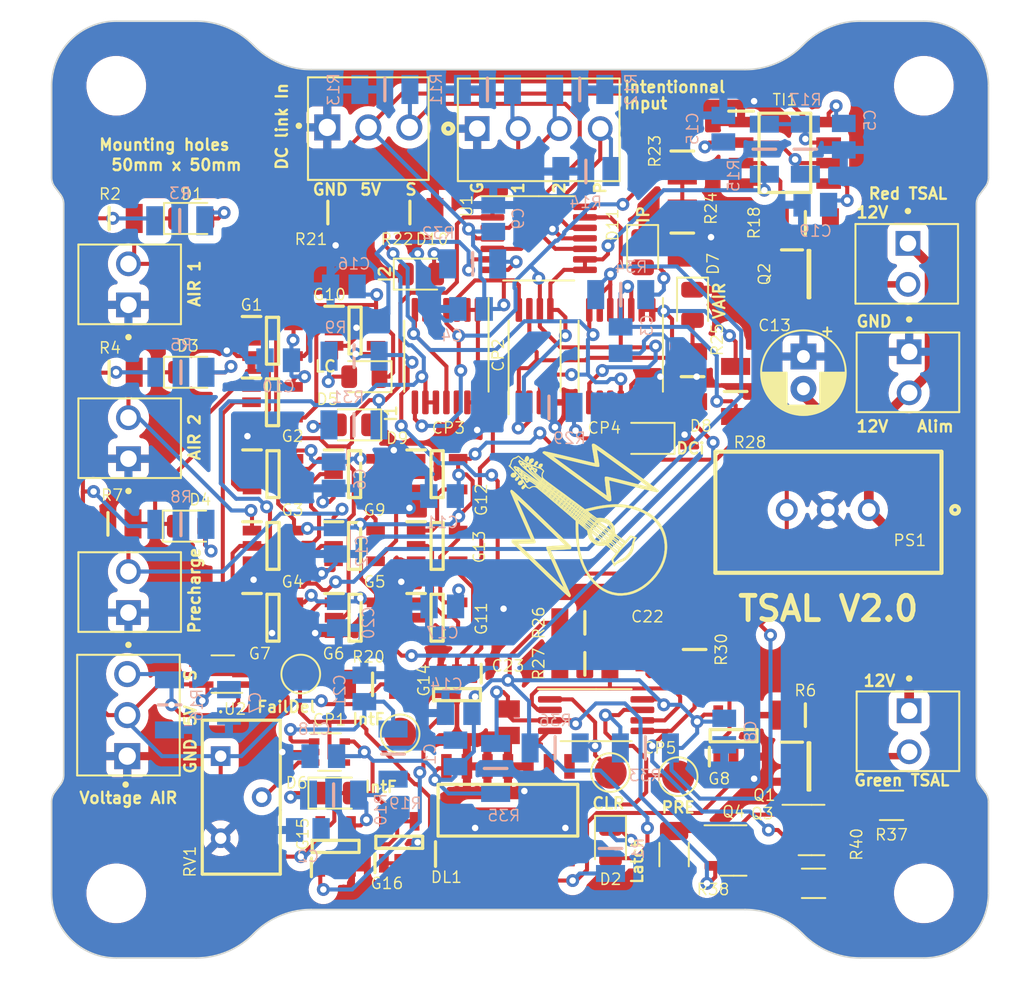
<source format=kicad_pcb>
(kicad_pcb (version 20221018) (generator pcbnew)
  (title_block (title "TSAL") (date "2024-02-05") (rev "V2.0") (company "Eymeric Chauchat"))
  (layers (0 "F.Cu" signal) (31 "B.Cu" signal) (34 "B.Paste" user) (35 "F.Paste" user) (36 "B.SilkS" user "B.Silkscreen") (37 "F.SilkS" user "F.Silkscreen") (38 "B.Mask" user) (39 "F.Mask" user) (44 "Edge.Cuts" user))
  (net 0 "")
  (net 1 "Net-(CP1-+)")
  (net 2 "+5V")
  (net 3 "Net-(CP1--)")
  (net 4 "Net-(D1-A)")
  (net 5 "Net-(D2-K)")
  (net 6 "Net-(D3-A)")
  (net 7 "Net-(D4-A)")
  (net 8 "Net-(D5-A)")
  (net 9 "+12V")
  (net 10 "Net-(D9-A)")
  (net 11 "Net-(D10-A)")
  (net 12 "Net-(D11-A)")
  (net 13 "GND")
  (net 14 "/Int_del")
  (net 15 "/CLR")
  (net 16 "/mid_Pot")
  (net 17 "/PRE")
  (net 18 "/SCS compliance")
  (net 19 "/DC-Link_In")
  (net 20 "/4.25V")
  (net 21 "/0.75V")
  (net 22 "/VoltageAIR")
  (net 23 "/Raw_VoltageAIR")
  (net 24 "/AIR_1")
  (net 25 "/AIR_2")
  (net 26 "/PreCharge")
  (net 27 "Net-(D6-K)")
  (net 28 "Net-(D7-A)")
  (net 29 "Net-(D8-A)")
  (net 30 "/Int_AIR_1")
  (net 31 "/Int_AIR_2")
  (net 32 "/Int_PreCharge")
  (net 33 "/Int_log")
  (net 34 "/Raw_Int_AIR_1")
  (net 35 "/Raw_Int_AIR_2")
  (net 36 "/Raw_DC-Link_In")
  (net 37 "/Raw_Int_PreCharge")
  (net 38 "Net-(TI1-THRESHOLD)")
  (net 39 "Net-(TI1-CONTROL_VOLTAGE)")
  (net 40 "/INT")
  (net 44 "Net-(G1-Pad4)")
  (net 45 "Net-(G12-Pad2)")
  (net 46 "Net-(G3-Pad4)")
  (net 47 "Net-(G4-Pad4)")
  (net 48 "Net-(G10-Pad2)")
  (net 49 "Net-(G11-Pad1)")
  (net 50 "/Lightning_cond")
  (net 51 "Net-(G8-Pad4)")
  (net 52 "Net-(G12-Pad1)")
  (net 53 "Net-(G11-Pad4)")
  (net 54 "Net-(G12-Pad4)")
  (net 55 "Net-(G13-Pad4)")
  (net 56 "Net-(J5-Pad2)")
  (net 57 "Net-(J9-Pad2)")
  (net 58 "Net-(Q1-Pad1)")
  (net 59 "Net-(Q2-Pad1)")
  (net 60 "Net-(TI1-DISCHARGE)")
  (net 61 "/Clign")
  (net 62 "Net-(G6-Pad1)")
  (net 63 "Net-(G15-Pad2)")
  (net 64 "Net-(G15-Pad4)")
  (net 65 "/dis2")
  (net 66 "/dis1")
  (net 67 "Net-(Q3-Pad1)")
  (net 68 "Net-(Q3-Pad3)")
  (footprint "LED_SMD:LED_0805_2012Metric" (layer "F.Cu") (at 118.11 48.26 180)
    (fp_text reference "D5")
    (fp_text value "LED")
  )
  (footprint "Resistor_SMD:R_1206_3216Metric" (layer "F.Cu") (at 137.287 77.851 90)
    (fp_text reference "R38")
    (fp_text value "10k")
  )
  (footprint "EPSA:SOT95P280X145-5N" (layer "F.Cu") (at 117.505 58.74)
    (fp_text reference "G5")
    (fp_text value "Gate AND SN74AHCT1G08DBVR" hide)
  )
  (footprint "EPSA:RESC3216X70N" (layer "F.Cu") (at 102.31 38.465 180)
    (fp_text reference "R2")
    (fp_text value "10k" hide)
  )
  (footprint "EPSA:SOIC127P600X175-8N" (layer "F.Cu") (at 144.145 34.4025)
    (fp_text reference "TI1")
    (fp_text value "Timer 555 LM555CMX_NOPB" hide)
  )
  (footprint "EPSA:RESC3216X70N" (layer "F.Cu") (at 145.415 69.215)
    (fp_text reference "R6")
    (fp_text value "10k" hide)
  )
  (footprint "LED_SMD:LED_0805_2012Metric" (layer "F.Cu") (at 107.39 47.99)
    (fp_text reference "D3")
    (fp_text value "LED")
  )
  (footprint "EPSA:RESC3216X70N" (layer "F.Cu") (at 137.795 34.29 90)
    (fp_text reference "R23")
    (fp_text value "82k" hide)
  )
  (footprint "MountingHole:MountingHole_3.2mm_M3" (layer "F.Cu") (at 152.75 30.25)
    (fp_text reference "H1" hide)
    (fp_text value "MountingHole")
  )
  (footprint "EPSA:CAPC2012X130N" (layer "F.Cu") (at 127 69.654 90)
    (fp_text reference "C23")
    (fp_text value "1u" hide)
  )
  (footprint "Package_SO:TSSOP-14_4.4x5mm_P0.65mm" (layer "F.Cu") (at 133.985 46.99 -90)
    (fp_text reference "CP4")
    (fp_text value "Comparator_Quad")
  )
  (footprint "Package_TO_SOT_SMD:SOT-353_SC-70-5" (layer "F.Cu") (at 115.951 71.501)
    (fp_text reference "CP1")
    (fp_text value "Comparator")
  )
  (footprint "EPSA:SOT95P237X112-3N" (layer "F.Cu") (at 145.635 41.91)
    (fp_text reference "Q2")
    (fp_text value "NMOS SQ2348ES-T1_GE3" hide)
  )
  (footprint "LED_SMD:LED_0805_2012Metric" (layer "F.Cu") (at 133.35 77.1375 -90)
    (fp_text reference "D2")
    (fp_text value "LED")
  )
  (footprint "EPSA:RESC3216X70N" (layer "F.Cu") (at 138.557 65.151 90)
    (fp_text reference "R30")
    (fp_text value "500k" hide)
  )
  (footprint "Resistor_SMD:R_1206_3216Metric" (layer "F.Cu") (at 145.923 79.629)
    (fp_text reference "R40")
    (fp_text value "100k")
  )
  (footprint "EPSA:RESC3216X70N" (layer "F.Cu") (at 118.618 67.31)
    (fp_text reference "R20")
    (fp_text value "10k" hide)
  )
  (footprint "Package_SO:TSSOP-8_4.4x3mm_P0.65mm" (layer "F.Cu") (at 132.461 69.215)
    (fp_text reference "CP5")
    (fp_text value "Comparator_Dual")
  )
  (footprint "EPSA:RESC3216X70N" (layer "F.Cu") (at 137.795 39.37 90)
    (fp_text reference "R24")
    (fp_text value "12k" hide)
  )
  (footprint "LED_SMD:LED_0805_2012Metric" (layer "F.Cu") (at 117.46845 51.243969 180)
    (fp_text reference "D9")
    (fp_text value "LED")
  )
  (footprint "EPSA:MOLEX_22-11-2042" (layer "F.Cu") (at 128.905 32.90268)
    (fp_text reference "J7" hide)
    (fp_text value "4P Droit 22-11-2042")
  )
  (footprint "EPSA:SOIC127P600X175-14N" (layer "F.Cu") (at 127 75.102 90)
    (fp_text reference "DL1")
    (fp_text value "Bascule D SN74HCS72QDRQ1" hide)
  )
  (footprint "EPSA:RESC3216X70N" (layer "F.Cu") (at 102.235 57.375 180)
    (fp_text reference "R7")
    (fp_text value "10k" hide)
  )
  (footprint "EPSA:SOT95P280X145-5N" (layer "F.Cu") (at 112.455 54.295)
    (fp_text reference "G3")
    (fp_text value "Gate AND SN74AHCT1G08DBVR" hide)
  )
  (footprint "EPSA:SOT95P280X145-5N" (layer "F.Cu") (at 122.615 58.74)
    (fp_text reference "G13")
    (fp_text value "Gate NOR SN74AHCT1G02DBVR" hide)
  )
  (footprint "EPSA:MOLEX_22-11-2022" (layer "F.Cu") (at 151.84 46.72 -90)
    (fp_text reference "J6" hide)
    (fp_text value "2P Droit 2-11-2022")
  )
  (footprint "EPSA:RESC3216X70N" (layer "F.Cu") (at 138.43 48.26 -90)
    (fp_text reference "R25")
    (fp_text value "500" hide)
  )
  (footprint "EPSA:SOT95P237X112-3N" (layer "F.Cu") (at 145.635 72.39)
    (fp_text reference "Q1")
    (fp_text value "NMOS SQ2348ES-T1_GE3" hide)
  )
  (footprint "Capacitor_THT:CP_Radial_D5.0mm_P2.00mm" (layer "F.Cu") (at 145.29512 47.012197 -90)
    (fp_text reference "C13")
    (fp_text value "C")
  )
  (footprint "EPSA:MOLEX_22-11-2022" (layer "F.Cu") (at 103.505 53.34 90)
    (fp_text reference "J2" hide)
    (fp_text value "2P Droit 2-11-2022")
  )
  (footprint "Package_TO_SOT_SMD:SOT-23-3" (layer "F.Cu") (at 145.796 76.327)
    (fp_text reference "Q3")
    (fp_text value "PMOS SI2343CDS-T1-GE3")
  )
  (footprint "MountingHole:MountingHole_3.2mm_M3" (layer "F.Cu") (at 102.75 30.25)
    (fp_text reference "H2" hide)
    (fp_text value "MountingHole")
  )
  (footprint "EPSA:SOT95P280X145-5N" (layer "F.Cu") (at 122.615 54.295)
    (fp_text reference "G12")
    (fp_text value "Gate OR SN74AHCT1G32DBVR" hide)
  )
  (footprint "EPSA:SOT95P280X145-5N" (layer "F.Cu") (at 117.535 45.4)
    (fp_text reference "G10")
    (fp_text value "Gate AND SN74AHCT1G08DBVR" hide)
  )
  (footprint "EPSA:MOLEX_22-11-2022" (layer "F.Cu") (at 151.84 68.945 -90)
    (fp_text reference "J5" hide)
    (fp_text value "2P Droit 2-11-2022")
  )
  (footprint "EPSA:SOT95P280X145-5N" (layer "F.Cu") (at 112.455 58.74)
    (fp_text reference "G4")
    (fp_text value "Gate AND SN74AHCT1G08DBVR" hide)
  )
  (footprint "EPSA:SOT95P280X145-5N" (layer "F.Cu") (at 117.505 54.295)
    (fp_text reference "G9")
    (fp_text value "Gate OR SN74AHCT1G32DBVR" hide)
  )
  (footprint "EPSA:MOLEX_22-11-2032" (layer "F.Cu") (at 115.815 32.82768)
    (fp_text reference "J8" hide)
    (fp_text value "3P Droit 22-11-2032")
  )
  (footprint "EPSA:RESC3216X70N" (layer "F.Cu") (at 120.93 38.1 180)
    (fp_text reference "R22")
    (fp_text value "82k" hide)
  )
  (footprint "EPSA:SOT95P280X145-5N" (layer "F.Cu") (at 112.425 49.845)
    (fp_text reference "G2")
    (fp_text value "Gate AND SN74AHCT1G08DBVR" hide)
  )
  (footprint "Package_SO:TSSOP-14_4.4x5mm_P0.65mm" (layer "F.Cu") (at 123.19 46.99 -90)
    (fp_text reference "CP3")
    (fp_text value "Comparator_Quad")
  )
  (footprint "EPSA:SOT95P280X145-5N" (layer "F.Cu") (at 123.844648 67.946481 -90)
    (fp_text reference "G14")
    (fp_text value "Gate AND SN74AHCT1G08DBVR" hide)
  )
  (footprint "EPSA:CAPC2012X130N" (layer "F.Cu") (at 135.636 65.151 -90)
    (fp_text reference "C22")
    (fp_text value "2.2u" hide)
  )
  (footprint "EPSA:SOT95P280X145-5N" (layer "F.Cu") (at 112.425 46.035)
    (fp_text reference "G1")
    (fp_text value "Gate AND SN74AHCT1G08DBVR" hide)
  )
  (footprint "EPSA:RESC3216X70N" (layer "F.Cu") (at 145.415 38.735)
    (fp_text reference "R18")
    (fp_text value "10k" hide)
  )
  (footprint "EPSA:SOT95P280X145-5N" (layer "F.Cu") (at 120.269 77.089 90)
    (fp_text reference "G16")
    (fp_text value "Gate NOR SN74AHCT1G02DBVR" hide)
  )
  (footprint "EPSA:RESC3216X70N" (layer "F.Cu") (at 131.7625 63.5 180)
    (fp_text reference "R26")
    (fp_text value "100k" hide)
  )
  (footprint "EPSA:SOT95P280X145-5N" (layer "F.Cu") (at 112.455 63.185)
    (fp_text reference "G7")
    (fp_text value "Gate OR SN74AHCT1G32DBVR" hide)
  )
  (footprint "EPSA:SOT95P280X145-5N" (layer "F.Cu") (at 122.615 63.185)
    (fp_text reference "G11")
    (fp_text value "Gate AND SN74AHCT1G08DBVR" hide)
  )
  (footprint "TestPoint:TestPoint_Pad_D2.0mm" (layer "F.Cu") (at 137.541 73.025)
    (fp_text reference "TP3" hide)
    (fp_text value "type=\"R\" model=\"TestPoint\" lib=\"\"")
  )
  (footprint "LED_SMD:LED_0805_2012Metric" (layer "F.Cu") (at 135.339243 40.555825 -90)
    (fp_text reference "D11")
    (fp_text value "LED")
  )
  (footprint "EPSA:Mandolule Silk" (layer "F.Cu") (at 131.953 57.15)
    (fp_text reference "Ref**" hide)
    (fp_text value "Val**" hide)
  )
  (footprint "EPSA:MOLEX_22-11-2032" (layer "F.Cu") (at 103.43 71.755 90)
    (fp_text reference "J4" hide)
    (fp_text value "3P Droit 22-11-2032")
  )
  (footprint "TestPoint:TestPoint_Pad_D2.0mm" (layer "F.Cu") (at 114.173 66.675)
    (fp_text reference "TP2" hide)
    (fp_text value "type=\"R\" model=\"TestPoint\" lib=\"\"")
  )
  (footprint "EPSA:RESC3216X70N" (layer "F.Cu") (at 102.31 47.99 180)
    (fp_text reference "R4")
    (fp_text value "10k" hide)
  )
  (footprint "EPSA:RESC3216X70N" (layer "F.Cu") (at 115.85 38.1 180)
    (fp_text reference "R21")
    (fp_text value "12k" hide)
  )
  (footprint "MountingHole:MountingHole_3.2mm_M3" (layer "F.Cu") (at 152.75 80.25)
    (fp_text reference "H4" hide)
    (fp_text value "MountingHole")
  )
  (footprint "EPSA:RESC3216X70N" (layer "F.Cu") (at 131.7625 66.04)
    (fp_text reference "R27")
    (fp_text value "50k" hide)
  )
  (footprint "EPSA:MOLEX_22-11-2022" (layer "F.Cu") (at 151.765 40.005 -90)
    (fp_text reference "J9" hide)
    (fp_text value "2P Droit 2-11-2022")
  )
  (footprint "LED_SMD:LED_0805_2012Metric" (layer "F.Cu") (at 121.6175 41.91)
    (fp_text reference "D10")
    (fp_text value "LED")
  )
  (footprint "LED_SMD:LED_0805_2012Metric" (layer "F.Cu") (at 107.315 57.515)
    (fp_text reference "D4")
    (fp_text value "LED")
  )
  (footprint "EPSA:TSR-2" (layer "F.Cu") (at 153.84232 60.405 180)
    (fp_text reference "PS1")
    (fp_text value "Alim HP TSR_2-2450" hide)
  )
  (footprint "TestPoint:TestPoint_Pad_D2.0mm" (layer "F.Cu") (at 120.323416 70.374163)
    (fp_text reference "TP1" hide)
    (fp_text value "type=\"R\" model=\"TestPoint\" lib=\"\"")
  )
  (footprint "LED_SMD:LED_0805_2012Metric" (layer "F.Cu") (at 107.39 38.465)
    (fp_text reference "D1")
    (fp_text value "LED")
  )
  (footprint "LED_SMD:LED_0805_2012Metric" (layer "F.Cu") (at 135.631134 52.080993 180)
    (fp_text reference "D8")
    (fp_text value "LED")
  )
  (footprint "Package_SO:TSSOP-14_4.4x5mm_P0.65mm" (layer "F.Cu") (at 128.905 39.697159)
    (fp_text reference "U1")
    (fp_text value "Opamp_Quad")
  )
  (footprint "EPSA:3296Y1223LF" (layer "F.Cu") (at 109.215 71.755 180)
    (fp_text reference "RV1")
    (fp_text value "Varystor 3296Y-1-223LF" hide)
  )
  (footprint "Package_TO_SOT_SMD:SOT-353_SC-70-5_Handsoldering" (layer "F.Cu") (at 109.347 66.675 180)
    (fp_text reference "U2")
    (fp_text value "Opamp")
  )
  (footprint "EPSA:SOT95P280X145-5N" (layer "F.Cu") (at 140.97 70.485 90)
    (fp_text reference "G8")
    (fp_text value "Gate AND SN74AHCT1G08DBVR" hide)
  )
  (footprint "EPSA:SOT95P280X145-5N" (layer "F.Cu") (at 117.535 63.185)
    (fp_text reference "G6")
    (fp_text value "Gate AND SN74AHCT1G08DBVR" hide)
  )
  (footprint "MountingHole:MountingHole_3.2mm_M3" (layer "F.Cu") (at 102.75 80.25)
    (fp_text reference "H3" hide)
    (fp_text value "MountingHole")
  )
  (footprint "EPSA:MOLEX_22-11-2022" (layer "F.Cu") (at 103.505 43.815 90)
    (fp_text reference "J1" hide)
    (fp_text value "2P Droit 2-11-2022")
  )
  (footprint "EPSA:MOLEX_22-11-2022" (layer "F.Cu") (at 103.505 62.865 90)
    (fp_text reference "J3" hide)
    (fp_text value "2P Droit 2-11-2022")
  )
  (footprint "LED_SMD:LED_0805_2012Metric" (layer "F.Cu") (at 116.332 74.041)
    (fp_text reference "D6")
    (fp_text value "LED")
  )
  (footprint "EPSA:SOT95P280X145-5N" (layer "F.Cu") (at 116.332 77.343 90)
    (fp_text reference "G15")
    (fp_text value "Gate OR SN74AHCT1G32DBVR" hide)
  )
  (footprint "LED_SMD:LED_0805_2012Metric" (layer "F.Cu") (at 138.43 43.815 -90)
    (fp_text reference "D7")
    (fp_text value "LED")
  )
  (footprint "Resistor_SMD:R_1206_3216Metric" (layer "F.Cu") (at 150.749 74.803 180)
    (fp_text reference "R37")
    (fp_text value "1k")
  )
  (footprint "Package_SO:TSSOP-8_4.4x3mm_P0.65mm" (layer "F.Cu") (at 128.651 46.99 90)
    (fp_text reference "CP2")
    (fp_text value "Comparator_Dual")
  )
  (footprint "EPSA:RESC3216X70N" (layer "F.Cu") (at 141.09687 49.176974 90)
    (fp_text reference "R28")
    (fp_text value "10k" hide)
  )
  (footprint "Package_TO_SOT_SMD:SOT-23-3" (layer "F.Cu") (at 140.97 77.597)
    (fp_text reference "Q4")
    (fp_text value "PMOS SI2343CDS-T1-GE3")
  )
  (footprint "TestPoint:TestPoint_Pad_D2.0mm" (layer "F.Cu") (at 133.35 72.771)
    (fp_text reference "TP4" hide)
    (fp_text value "type=\"R\" model=\"TestPoint\" lib=\"\"")
  )
  (footprint "EPSA:CAPC2012X130N" (layer "B.Cu") (at 146.030872 37.613489)
    (fp_text reference "C19")
    (fp_text value "0.01u" hide)
  )
  (footprint "EPSA:CAPC2012X130N" (layer "B.Cu") (at 118.11 67.564 90)
    (fp_text reference "C21")
    (fp_text value "2.2u" hide)
  )
  (footprint "EPSA:RESC3216X70N" (layer "B.Cu") (at 145.415 34.1775 90)
    (fp_text reference "R17")
    (fp_text value "200k" hide)
  )
  (footprint "EPSA:CAPC2012X130N" (layer "B.Cu") (at 122.936 62.484)
    (fp_text reference "C17")
    (fp_text value "10u" hide)
  )
  (footprint "EPSA:RESC3216X70N" (layer "B.Cu") (at 116.205 74.168 180)
    (fp_text reference "R10")
    (fp_text value "500" hide)
  )
  (footprint "EPSA:RESC3216X70N" (layer "B.Cu") (at 126.238 72.517 -90)
    (fp_text reference "R35")
    (fp_text value "500k" hide)
  )
  (footprint "EPSA:CAPC2012X130N" (layer "B.Cu") (at 123.747236 71.586062 -90)
    (fp_text reference "C1")
    (fp_text value "10u" hide)
  )
  (footprint "EPSA:CAPC2012X130N" (layer "B.Cu") (at 122.920905 55.652074)
    (fp_text reference "C11")
    (fp_text value "10u" hide)
  )
  (footprint "EPSA:RESC3216X70N" (layer "B.Cu") (at 106.755 47.99 180)
    (fp_text reference "R5")
    (fp_text value "500" hide)
  )
  (footprint "EPSA:CAPC2012X130N" (layer "B.Cu") (at 109.728 68.45765 90)
    (fp_text reference "C7")
    (fp_text value "10u" hide)
  )
  (footprint "EPSA:RESC3216X70N" (layer "B.Cu") (at 133.985 43.18 180)
    (fp_text reference "R34")
    (fp_text value "500" hide)
  )
  (footprint "EPSA:CAPC2012X130N" (layer "B.Cu") (at 123.952 69.088)
    (fp_text reference "C14")
    (fp_text value "10u" hide)
  )
  (footprint "EPSA:CAPC2012X130N" (layer "B.Cu") (at 147.790967 33.402001 90)
    (fp_text reference "C5")
    (fp_text value "10u" hide)
  )
  (footprint "EPSA:RESC3216X70N" (layer "B.Cu") (at 124.815 41.275)
    (fp_text reference "R32")
    (fp_text value "500" hide)
  )
  (footprint "EPSA:RESC3216X70N" (layer "B.Cu") (at 135.509 71.247)
    (fp_text reference "R33")
    (fp_text value "5k" hide)
  )
  (footprint "EPSA:CAPC2012X130N" (layer "B.Cu") (at 115.57 71.755)
    (fp_text reference "C18")
    (fp_text value "10u" hide)
  )
  (footprint "EPSA:RESC3216X70N" (layer "B.Cu") (at 125.73 30.48)
    (fp_text reference "R11")
    (fp_text value "500k" hide)
  )
  (footprint "EPSA:RESC3216X70N" (layer "B.Cu") (at 131.826 35.56)
    (fp_text reference "R14")
    (fp_text value "500k" hide)
  )
  (footprint "EPSA:CAPC2012X130N" (layer "B.Cu") (at 133.975279 45.998306 90)
    (fp_text reference "C3")
    (fp_text value "10u" hide)
  )
  (footprint "EPSA:RESC3216X70N" (layer "B.Cu") (at 106.045 68.58 90)
    (fp_text reference "R16")
    (fp_text value "500k" hide)
  )
  (footprint "EPSA:CAPC2012X130N" (layer "B.Cu") (at 116.528 62.992 90)
    (fp_text reference "C20")
    (fp_text value "10u" hide)
  )
  (footprint "EPSA:CAPC2012X130N" (layer "B.Cu") (at 114.612 76.327)
    (fp_text reference "C2")
    (fp_text value "10u" hide)
  )
  (footprint "EPSA:CAPC2012X130N" (layer "B.Cu") (at 116.84 42.672)
    (fp_text reference "C16")
    (fp_text value "10u" hide)
  )
  (footprint "EPSA:RESC3216X70N" (layer "B.Cu") (at 119.888 71.628 90)
    (fp_text reference "R19")
    (fp_text value "390k" hide)
  )
  (footprint "EPSA:RESC3216X70N" (layer "B.Cu") (at 131.445 30.48 180)
    (fp_text reference "R12")
    (fp_text value "500k" hide)
  )
  (footprint "EPSA:CAPC2012X130N" (layer "B.Cu") (at 124.714 44.069)
    (fp_text reference "C4")
    (fp_text value "10u" hide)
  )
  (footprint "EPSA:RESC3216X70N" (layer "B.Cu") (at 129.54 50.165 180)
    (fp_text reference "R29")
    (fp_text value "500" hide)
  )
  (footprint "EPSA:RESC3216X70N" (layer "B.Cu") (at 142.875 34.1775 -90)
    (fp_text reference "R15")
    (fp_text value "2k" hide)
  )
  (footprint "EPSA:CAPC2012X130N" (layer "B.Cu") (at 140.393322 70.23206 90)
    (fp_text reference "C8")
    (fp_text value "10u" hide)
  )
  (footprint "EPSA:CAPC2012X130N" (layer "B.Cu") (at 140.335 32.9075 -90)
    (fp_text reference "C15")
    (fp_text value "1u" hide)
  )
  (footprint "EPSA:CAPC2012X130N" (layer "B.Cu") (at 126.091553 38.45438 -90)
    (fp_text reference "C9")
    (fp_text value "10u" hide)
  )
  (footprint "EPSA:RESC3216X70N" (layer "B.Cu") (at 129.921 71.247 180)
    (fp_text reference "R36")
    (fp_text value "5k" hide)
  )
  (footprint "EPSA:CAPC2012X130N" (layer "B.Cu") (at 116.332 58.42 90)
    (fp_text reference "C12")
    (fp_text value "10u" hide)
  )
  (footprint "EPSA:CAPC2012X130N" (layer "B.Cu") (at 116.205 54.356 90)
    (fp_text reference "C6")
    (fp_text value "10u" hide)
  )
  (footprint "EPSA:RESC3216X70N" (layer "B.Cu") (at 117.475 46.99 180)
    (fp_text reference "R9")
    (fp_text value "500" hide)
  )
  (footprint "EPSA:RESC3216X70N" (layer "B.Cu") (at 106.755 57.404 180)
    (fp_text reference "R8")
    (fp_text value "500" hide)
  )
  (footprint "EPSA:RESC3216X70N" (layer "B.Cu") (at 119.38 30.48)
    (fp_text reference "R13")
    (fp_text value "500k" hide)
  )
  (footprint "EPSA:RESC3216X70N" (layer "B.Cu") (at 117.46845 51.243969)
    (fp_text reference "R31")
    (fp_text value "500" hide)
  )
  (footprint "EPSA:RESC3216X70N" (layer "B.Cu") (at 106.68 38.608 180)
    (fp_text reference "R3")
    (fp_text value "500" hide)
  )
  (footprint "EPSA:CAPC2012X130N" (layer "B.Cu") (at 112.776 47.244)
    (fp_text reference "C10")
    (fp_text value "10u" hide)
  )
  (footprint "EPSA:RESC3216X70N" (layer "B.Cu") (at 133.35 77.47 90)
    (fp_text reference "R1")
    (fp_text value "500" hide)
  )
  (gr_arc (start 98.75 74.583333) (mid 98.801317 74.267105) (end 98.95 73.983333) (stroke (width 0.1)) (layer "Edge.Cuts"))
  (gr_arc (start 107.678932 26.25) (mid 109.592342 26.630613) (end 111.214466 27.714466) (stroke (width 0.1)) (layer "Edge.Cuts"))
  (gr_line (start 145.214466 27.785534) (end 145.285534 27.714466) (stroke (width 0.1)) (layer "Edge.Cuts"))
  (gr_arc (start 148.821068 84.25) (mid 146.907651 83.869398) (end 145.285534 82.785534) (stroke (width 0.1)) (layer "Edge.Cuts"))
  (gr_line (start 156.55 36.516667) (end 156.2 36.983333) (stroke (width 0.1)) (layer "Edge.Cuts"))
  (gr_arc (start 114.821068 29.25) (mid 112.907658 28.869387) (end 111.285534 27.785534) (stroke (width 0.1)) (layer "Edge.Cuts"))
  (gr_line (start 99.3 36.983333) (end 98.95 36.516667) (stroke (width 0.1)) (layer "Edge.Cuts"))
  (gr_line (start 98.75 80.25) (end 98.75 74.583333) (stroke (width 0.1)) (layer "Edge.Cuts"))
  (gr_line (start 156.2 73.516667) (end 156.55 73.983333) (stroke (width 0.1)) (layer "Edge.Cuts"))
  (gr_line (start 107.678932 84.25) (end 102.75 84.25) (stroke (width 0.1)) (layer "Edge.Cuts"))
  (gr_arc (start 102.75 84.25) (mid 99.921573 83.078427) (end 98.75 80.25) (stroke (width 0.1)) (layer "Edge.Cuts"))
  (gr_line (start 98.95 73.983333) (end 99.3 73.516667) (stroke (width 0.1)) (layer "Edge.Cuts"))
  (gr_line (start 111.214466 27.714466) (end 111.285534 27.785534) (stroke (width 0.1)) (layer "Edge.Cuts"))
  (gr_arc (start 156 37.583333) (mid 156.051307 37.2671) (end 156.2 36.983333) (stroke (width 0.1)) (layer "Edge.Cuts"))
  (gr_line (start 102.75 26.25) (end 107.678932 26.25) (stroke (width 0.1)) (layer "Edge.Cuts"))
  (gr_arc (start 156.75 80.25) (mid 155.578427 83.078427) (end 152.75 84.25) (stroke (width 0.1)) (layer "Edge.Cuts"))
  (gr_line (start 145.285534 82.785534) (end 145.214466 82.714466) (stroke (width 0.1)) (layer "Edge.Cuts"))
  (gr_line (start 114.821068 29.25) (end 141.678932 29.25) (stroke (width 0.1)) (layer "Edge.Cuts"))
  (gr_arc (start 156.2 73.516667) (mid 156.051326 73.232893) (end 156 72.916667) (stroke (width 0.1)) (layer "Edge.Cuts"))
  (gr_line (start 156 37.583333) (end 156 72.916667) (stroke (width 0.1)) (layer "Edge.Cuts"))
  (gr_line (start 99.5 72.916667) (end 99.5 37.583333) (stroke (width 0.1)) (layer "Edge.Cuts"))
  (gr_line (start 111.285534 82.714466) (end 111.214466 82.785534) (stroke (width 0.1)) (layer "Edge.Cuts"))
  (gr_arc (start 156.75 35.916667) (mid 156.698683 36.232895) (end 156.55 36.516667) (stroke (width 0.1)) (layer "Edge.Cuts"))
  (gr_line (start 98.75 35.916667) (end 98.75 30.25) (stroke (width 0.1)) (layer "Edge.Cuts"))
  (gr_line (start 156.75 74.583333) (end 156.75 80.25) (stroke (width 0.1)) (layer "Edge.Cuts"))
  (gr_line (start 148.821068 26.25) (end 152.75 26.25) (stroke (width 0.1)) (layer "Edge.Cuts"))
  (gr_arc (start 98.95 36.516667) (mid 98.801317 36.232895) (end 98.75 35.916667) (stroke (width 0.1)) (layer "Edge.Cuts"))
  (gr_line (start 156.75 30.25) (end 156.75 35.916667) (stroke (width 0.1)) (layer "Edge.Cuts"))
  (gr_line (start 152.75 84.25) (end 148.821068 84.25) (stroke (width 0.1)) (layer "Edge.Cuts"))
  (gr_arc (start 111.214466 82.785534) (mid 109.592351 83.869408) (end 107.678932 84.25) (stroke (width 0.1)) (layer "Edge.Cuts"))
  (gr_arc (start 145.214466 27.785534) (mid 143.592351 28.869408) (end 141.678932 29.25) (stroke (width 0.1)) (layer "Edge.Cuts"))
  (gr_arc (start 156.55 73.983333) (mid 156.698683 74.267105) (end 156.75 74.583333) (stroke (width 0.1)) (layer "Edge.Cuts"))
  (gr_arc (start 141.678932 81.25) (mid 143.592342 81.630613) (end 145.214466 82.714466) (stroke (width 0.1)) (layer "Edge.Cuts"))
  (gr_arc (start 111.285534 82.714466) (mid 112.907649 81.630592) (end 114.821068 81.25) (stroke (width 0.1)) (layer "Edge.Cuts"))
  (gr_line (start 141.678932 81.25) (end 114.821068 81.25) (stroke (width 0.1)) (layer "Edge.Cuts"))
  (gr_arc (start 152.75 26.25) (mid 155.578427 27.421573) (end 156.75 30.25) (stroke (width 0.1)) (layer "Edge.Cuts"))
  (gr_arc (start 99.5 72.916667) (mid 99.448683 73.232895) (end 99.3 73.516667) (stroke (width 0.1)) (layer "Edge.Cuts"))
  (gr_arc (start 145.285534 27.714466) (mid 146.907649 26.630592) (end 148.821068 26.25) (stroke (width 0.1)) (layer "Edge.Cuts"))
  (gr_arc (start 99.3 36.983333) (mid 99.448683 37.267105) (end 99.5 37.583333) (stroke (width 0.1)) (layer "Edge.Cuts"))
  (gr_arc (start 98.75 30.25) (mid 99.921573 27.421573) (end 102.75 26.25) (stroke (width 0.1)) (layer "Edge.Cuts"))
  (gr_text "DCi" (at 138.303 52.705) (layer "F.SilkS") (effects (font (size 0.7 0.7) (thickness 0.14) bold)))
  (gr_text "Alim" (at 152.25 51.75) (layer "F.SilkS") (effects (font (size 0.7 0.7)) (justify left bottom)))
  (gr_text "AIR 2" (at 108 52 90) (layer "F.SilkS") (effects (font (size 0.7 0.7)) (justify bottom)))
  (gr_text "GND" (at 107.75 71.75 90) (layer "F.SilkS") (effects (font (size 0.7 0.7)) (justify bottom)))
  (gr_text "Voltage AIR" (at 103.5 74.75) (layer "F.SilkS") (effects (font (size 0.7 0.7)) (justify bottom)))
  (gr_text "I2" (at 119.38 41.91 90) (layer "F.SilkS") (effects (font (size 0.7 0.7) (thickness 0.14) bold)))
  (gr_text "DC link In" (at 113.411 32.766 90) (layer "F.SilkS") (effects (font (size 0.7 0.7)) (justify bottom)))
  (gr_text "5V" (at 107.75 69.25 90) (layer "F.SilkS") (effects (font (size 0.7 0.7)) (justify bottom)))
  (gr_text "G" (at 125.095 36.576 90) (layer "F.SilkS") (effects (font (size 0.7 0.7))))
  (gr_text "P" (at 132.715 36.576 90) (layer "F.SilkS") (effects (font (size 0.7 0.7))))
  (gr_text "S" (at 121 37.084) (layer "F.SilkS") (effects (font (size 0.7 0.7)) (justify bottom)))
  (gr_text "IntF" (at 118.364 69.469) (layer "F.SilkS") (effects (font (size 0.7 0.7) (thickness 0.14) bold)))
  (gr_text "I1" (at 119.761 50.546 90) (layer "F.SilkS") (effects (font (size 0.7 0.7) (thickness 0.14) bold)))
  (gr_text "5V" (at 118.5 37.084) (layer "F.SilkS") (effects (font (size 0.7 0.7)) (justify bottom)))
  (gr_text "Mounting holes" (at 101.612 34.31) (layer "F.SilkS") (effects (font (size 0.7 0.7)) (justify left bottom)))
  (gr_text "2" (at 130.175 36.576 90) (layer "F.SilkS") (effects (font (size 0.7 0.7))))
  (gr_text "Red TSAL" (at 151.765 37.338) (layer "F.SilkS") (effects (font (size 0.7 0.7)) (justify bottom)))
  (gr_text "GND" (at 148.5 45.25) (layer "F.SilkS") (effects (font (size 0.7 0.7)) (justify left bottom)))
  (gr_text "VAIR" (at 140.081 43.561 90) (layer "F.SilkS") (effects (font (size 0.7 0.7) (thickness 0.14) bold)))
  (gr_text "GND" (at 116 37.084) (layer "F.SilkS") (effects (font (size 0.7 0.7)) (justify bottom)))
  (gr_text "12V" (at 148.5 38.5) (layer "F.SilkS") (effects (font (size 0.7 0.7)) (justify left bottom)))
  (gr_text "Green TSAL" (at 151.384 73.66) (layer "F.SilkS") (effects (font (size 0.7 0.7)) (justify bottom)))
  (gr_text "TSAL V2.0" (at 141.097 63.5) (layer "F.SilkS") (effects (font (size 1.5 1.5) (thickness 0.3) bold) (justify left bottom)))
  (gr_text "12V" (at 150 67.5) (layer "F.SilkS") (effects (font (size 0.7 0.7)) (justify bottom)))
  (gr_text "12V" (at 148.5 51.75) (layer "F.SilkS") (effects (font (size 0.7 0.7)) (justify left bottom)))
  (gr_text "FailDel" (at 113.284 68.707) (layer "F.SilkS") (effects (font (size 0.7 0.7) (thickness 0.14) bold)))
  (gr_text "Input" (at 134.112 31.75) (layer "F.SilkS") (effects (font (size 0.7 0.7)) (justify left bottom)))
  (gr_text "Precharge\n" (at 108 61.5 90) (layer "F.SilkS") (effects (font (size 0.7 0.7)) (justify bottom)))
  (gr_text "Intentionnal" (at 134.112 30.734) (layer "F.SilkS") (effects (font (size 0.7 0.7)) (justify left bottom)))
  (gr_text "LC" (at 115.697 47.625) (layer "F.SilkS") (effects (font (size 0.7 0.7) (thickness 0.14) bold)))
  (gr_text "CLR" (at 133.223 74.676) (layer "F.SilkS") (effects (font (size 0.7 0.7) (thickness 0.14) bold)))
  (gr_text "IntF" (at 119.126 73.66) (layer "F.SilkS") (effects (font (size 0.7 0.7) (thickness 0.14) bold)))
  (gr_text "1" (at 127.635 36.576 90) (layer "F.SilkS") (effects (font (size 0.7 0.7))))
  (gr_text "Latch" (at 135.001 78.232 90) (layer "F.SilkS") (effects (font (size 0.7 0.7) (thickness 0.14) bold)))
  (gr_text "IP" (at 135.382 38.227 90) (layer "F.SilkS") (effects (font (size 0.7 0.7) (thickness 0.14) bold)))
  (gr_text "PRE" (at 137.541 74.93) (layer "F.SilkS") (effects (font (size 0.7 0.7) (thickness 0.14) bold)))
  (gr_text "AIR 1" (at 108 42.5 90) (layer "F.SilkS") (effects (font (size 0.7 0.7)) (justify bottom)))
  (gr_text "50mm x 50mm " (at 102.362 35.56) (layer "F.SilkS") (effects (font (size 0.7 0.7)) (justify left bottom)))
  (gr_text "S" (at 107.75 66.75 90) (layer "F.SilkS") (effects (font (size 0.7 0.7)) (justify bottom)))
  (segment (start 113.538 70.104) (end 113.538 70.724) (width 0.25) (layer "F.Cu") (net 1))
  (segment (start 113.538 70.724) (end 113.665 70.851) (width 0.25) (layer "F.Cu") (net 1))
  (segment (start 113.665 70.851) (end 115.001 70.851) (width 0.25) (layer "F.Cu") (net 1))
  (via (at 113.538 70.104) (size 0.8) (drill 0.4) (layers "F.Cu" "B.Cu") (net 1))
  (segment (start 119.311 68.384) (end 119.888 68.961) (width 0.25) (layer "B.Cu") (net 1))
  (segment (start 119.888 68.961) (end 119.888 70.078) (width 0.25) (layer "B.Cu") (net 1))
  (segment (start 118.11 68.384) (end 118.11 69.469) (width 0.25) (layer "B.Cu") (net 1))
  (segment (start 118.11 69.469) (end 117.475 70.104) (width 0.25) (layer "B.Cu") (net 1))
  (segment (start 117.475 70.104) (end 113.538 70.104) (width 0.25) (layer "B.Cu") (net 1))
  (segment (start 118.11 68.384) (end 119.311 68.384) (width 0.25) (layer "B.Cu") (net 1))
  (segment (start 114.3 38.1) (end 114.3 36.88268) (width 0.25) (layer "F.Cu") (net 2))
  (segment (start 113.755 52.996) (end 113.755 53.345) (width 0.25) (layer "F.Cu") (net 2))
  (segment (start 146.856 32.4975) (end 145.6545 32.4975) (width 0.25) (layer "F.Cu") (net 2))
  (segment (start 122.809 59.436) (end 122.809 61.976) (width 0.25) (layer "F.Cu") (net 2))
  (segment (start 143.256 64.262) (end 142.595 63.601) (width 0.25) (layer "F.Cu") (net 2))
  (segment (start 117.905 60.755) (end 118.835 61.685) (width 0.25) (layer "F.Cu") (net 2))
  (segment (start 123.915 56.933) (end 123.952 56.896) (width 0.25) (layer "F.Cu") (net 2))
  (segment (start 100.685 67.665) (end 100.685 57.375) (width 0.25) (layer "F.Cu") (net 2))
  (segment (start 116.459 74.041) (end 117.2695 74.041) (width 0.25) (layer "F.Cu") (net 2))
  (segment (start 139.147202 69.185) (end 138.715321 69.616881) (width 0.25) (layer "F.Cu") (net 2))
  (segment (start 102.710914 48.014584) (end 100.784584 48.014584) (width 0.25) (layer "F.Cu") (net 2))
  (segment (start 112.776 56.134) (end 112.776 54.8005) (width 0.25) (layer "F.Cu") (net 2))
  (segment (start 135.2675 68.24) (end 136.312 68.24) (width 0.25) (layer "F.Cu") (net 2))
  (segment (start 124.412498 54.308498) (end 124.815 54.711) (width 0.25) (layer "F.Cu") (net 2))
  (segment (start 141.09687 50.726974) (end 141.09687 52.19687) (width 0.25) (layer "F.Cu") (net 2))
  (segment (start 124.815 54.711) (end 124.815 56.033) (width 0.25) (layer "F.Cu") (net 2))
  (segment (start 128.979991 51.744786) (end 130.635225 53.40002) (width 0.25) (layer "F.Cu") (net 2))
  (segment (start 118.1185 62.235) (end 117.8595 61.976) (width 0.25) (layer "F.Cu") (net 2))
  (segment (start 136.0485 78.075) (end 134.904 78.075) (width 0.25) (layer "F.Cu") (net 2))
  (segment (start 115.981 76.043) (end 116.251084 75.772916) (width 0.25) (layer "F.Cu") (net 2))
  (segment (start 135.636 77.343) (end 135.636 76.2) (width 0.25) (layer "F.Cu") (net 2))
  (segment (start 127.108614 65.560938) (end 127.108614 66.947386) (width 0.25) (layer "F.Cu") (net 2))
  (segment (start 136.245 32.74) (end 134.239 30.734) (width 0.25) (layer "F.Cu") (net 2))
  (segment (start 117.8645 53.345) (end 117.8595 53.34) (width 0.25) (layer "F.Cu") (net 2))
  (segment (start 140.843 49.784) (end 141.09687 50.03787) (width 0.25) (layer "F.Cu") (net 2))
  (segment (start 123.915 54.308498) (end 124.412498 54.308498) (width 0.25) (layer "F.Cu") (net 2))
  (segment (start 134.904 78.075) (end 135.636 77.343) (width 0.25) (layer "F.Cu") (net 2))
  (segment (start 117.905 56.183) (end 118.805 57.083) (width 0.25) (layer "F.Cu") (net 2))
  (segment (start 125.041159 39.697159) (end 126.0425 39.697159) (width 0.25) (layer "F.Cu") (net 2))
  (segment (start 143.637 30.48) (end 138.811 30.48) (width 0.25) (layer "F.Cu") (net 2))
  (segment (start 123.915 53.345) (end 123.915 54.308498) (width 0.25) (layer "F.Cu") (net 2))
  (segment (start 138.811 30.48) (end 137.795 31.496) (width 0.25) (layer "F.Cu") (net 2))
  (segment (start 117.905 59.133) (end 117.905 60.755) (width 0.25) (layer "F.Cu") (net 2))
  (segment (start 124.5645 39.121659) (end 124.5645 39.2205) (width 0.25) (layer "F.Cu") (net 2))
  (segment (start 117.8595 57.396436) (end 118.488968 56.766968) (width 0.25) (layer "F.Cu") (net 2))
  (segment (start 113.725 44.644) (end 113.725 45.085) (width 0.25) (layer "F.Cu") (net 2))
  (segment (start 115.652 68.535) (end 117.901 68.535) (width 0.25) (layer "F.Cu") (net 2))
  (segment (start 134.635 42.896502) (end 134.635 44.1275) (width 0.25) (layer "F.Cu") (net 2))
  (segment (start 134.410498 42.672) (end 134.635 42.896502) (width 0.25) (layer "F.Cu") (net 2))
  (segment (start 114.173 77.978) (end 115.382 76.769) (width 0.25) (layer "F.Cu") (net 2))
  (segment (start 123.915 53.345) (end 124.6715 53.345) (width 0.25) (layer "F.Cu") (net 2))
  (segment (start 113.725 45.960402) (end 113.695952 45.98945) (width 0.25) (layer "F.Cu") (net 2))
  (segment (start 114.3 38.1) (end 114.3 43.581) (width 0.25) (layer "F.Cu") (net 2))
  (segment (start 117.46 70.851) (end 118.11 71.501) (width 0.25) (layer "F.Cu") (net 2))
  (segment (start 123.915 58.33) (end 122.809 59.436) (width 0.25) (layer "F.Cu") (net 2))
  (segment (start 122.809 61.976) (end 123.068 62.235) (width 0.25) (layer "F.Cu") (net 2))
  (segment (start 133.35 78.075) (end 134.904 78.075) (width 0.25) (layer "F.Cu") (net 2))
  (segment (start 113.725 48.454) (end 113.725 48.895) (width 0.25) (layer "F.Cu") (net 2))
  (segment (start 114.808 52.832) (end 113.919 52.832) (width 0.25) (layer "F.Cu") (net 2))
  (segment (start 122.69294 72.50606) (end 122.474424 72.724576) (width 0.25) (layer "F.Cu") (net 2))
  (segment (start 118.805 53.345) (end 118.805 53.788) (width 0.25) (layer "F.Cu") (net 2))
  (segment (start 114.3 43.581) (end 114.544 43.825) (width 0.25) (layer "F.Cu") (net 2))
  (segment (start 115.382 76.043) (end 115.981 76.043) (width 0.25) (layer "F.Cu") (net 2))
  (segment (start 114.822336 61.798065) (end 114.385401 62.235) (width 0.25) (layer "F.Cu") (net 2))
  (segment (start 105.41 67.31) (end 103.505 69.215) (width 0.25) (layer "F.Cu") (net 2))
  (segment (start 123.915 54.308498) (end 123.952 54.345498) (width 0.25) (layer "F.Cu") (net 2))
  (segment (start 123.84 43.419) (end 123.84 44.1275) (width 0.25) (layer "F.Cu") (net 2))
  (segment (start 124.5645 39.2205) (end 125.041159 39.697159) (width 0.25) (layer "F.Cu") (net 2))
  (segment (start 130.635225 53.40002) (end 139.89372 53.40002) (width 0.25) (layer "F.Cu") (net 2))
  (segment (start 114.4105 48.26) (end 113.919 48.26) (width 0.25) (layer "F.Cu") (net 2))
  (segment (start 144.26232 61.98568) (end 142.647 63.601) (width 0.25) (layer "F.Cu") (net 2))
  (segment (start 114.581 57.652837) (end 114.443837 57.79) (width 0.25) (layer "F.Cu") (net 2))
  (segment (start 108.27 67.31) (end 105.41 67.31) (width 0.25) (layer "F.Cu") (net 2))
  (segment (start 126.746 42.427305) (end 126.873 42.300305) (width 0.25) (layer "F.Cu") (net 2))
  (segment (start 113.755 53.8215) (end 113.755 53.345) (width 0.25) (layer "F.Cu") (net 2))
  (segment (start 124.6715 53.345) (end 124.968 53.0485) (width 0.25) (layer "F.Cu") (net 2))
  (segment (start 118.835 44.45) (end 118.835 43.825) (width 0.25) (layer "F.Cu") (net 2))
  (segment (start 127.676 44.1275) (end 127.676 42.595305) (width 0.25) (layer "F.Cu") (net 2))
  (segment (start 130.2125 63.5) (end 129.169552 63.5) (width 0.25) (layer "F.Cu") (net 2))
  (segment (start 139.929502 49.784) (end 140.843 49.784) (width 0.25) (layer "F.Cu") (net 2))
  (segment (start 123.915 62.235) (end 123.915 61.505) (width 0.25) (layer "F.Cu") (net 2))
  (segment (start 123.915 57.79) (end 123.915 56.933) (width 0.25) (layer "F.Cu") (net 2))
  (segment (start 122.474424 72.724576) (end 122.474424 73.221636) (width 0.25) (layer "F.Cu") (net 2))
  (segment (start 118.618 72.009) (end 118.11 71.501) (width 0.25) (layer "F.Cu") (net 2))
  (segment (start 118.872 43.18) (end 118.835 43.217) (width 0.25) (layer "F.Cu") (net 2))
  (segment (start 146.856 31.96) (end 147.32 31.496) (width 0.25) (layer "F.Cu") (net 2))
  (segment (start 116.251084 74.248916) (end 116.459 74.041) (width 0.25) (layer "F.Cu") (net 2))
  (segment (start 108.397 67.325) (end 108.397 68.006) (width 0.25) (layer "F.Cu") (net 2))
  (segment (start 102.735498 47.99) (end 102.710914 48.014584) (width 0.25) (layer "F.Cu") (net 2))
  (segment (start 100.76 38.465) (end 100.76 47.99) (width 0.25) (layer "F.Cu") (net 2))
  (segment (start 111.506 37.084) (end 102.141 37.084) (width 0.25) (layer "F.Cu") (net 2))
  (segment (start 117.905 54.688) (end 117.905 56.183) (width 0.25) (layer "F.Cu") (net 2))
  (segment (start 100.685 48.065) (end 100.685 57.375) (width 0.25) (layer "F.Cu") (net 2))
  (segment (start 119.319 75.789) (end 119.319 74.742) (width 0.25) (layer "F.Cu") (net 2))
  (segment (start 120.44868 30.734) (end 118.355 32.82768) (width 0.25) (layer "F.Cu") (net 2))
  (segment (start 124.815 56.033) (end 123.915 56.933) (width 0.25) (layer "F.Cu") (net 2))
  (segment (start 118.618 74.041) (end 118.618 72.009) (width 0.25) (layer "F.Cu") (net 2))
  (segment (start 102.235 69.215) (end 100.685 67.665) (width 0.25) (layer "F.Cu") (net 2))
  (segment (start 129.169552 63.5) (end 127.108614 65.560938) (width 0.25) (layer "F.Cu") (net 2))
  (segment (start 127.381 42.300305) (end 126.873 42.300305) (width 0.25) (layer "F.Cu") (net 2))
  (segment (start 112.522 38.1) (end 111.506 37.084) (width 0.25) (layer "F.Cu") (net 2))
  (segment (start 127.676 42.595305) (end 127.381 42.300305) (width 0.25) (layer "F.Cu") (net 2))
  (segment (start 114.3 36.88268) (end 118.355 32.82768) (width 0.25) (layer "F.Cu") (net 2))
  (segment (start 114.3 38.1) (end 112.522 38.1) (width 0.25) (layer "F.Cu") (net 2))
  (segment (start 115.382 76.769) (end 115.382 76.043) (width 0.25) (layer "F.Cu") (net 2))
  (segment (start 100.685 55.372) (end 100.685 57.375) (width 0.25) (layer "F.Cu") (net 2))
  (segment (start 123.068 62.235) (end 123.915 62.235) (width 0.25) (layer "F.Cu") (net 2))
  (segment (start 102.141 37.084) (end 100.76 38.465) (width 0.25) (layer "F.Cu") (net 2))
  (segment (start 140.02 69.185) (end 139.147202 69.185) (width 0.25) (layer "F.Cu") (net 2))
  (segment (start 113.284 77.978) (end 114.173 77.978) (width 0.25) (layer "F.Cu") (net 2))
  (segment (start 118.835 43.217) (end 118.835 44.45) (width 0.25) (layer "F.Cu") (net 2))
  (segment (start 123.915 57.79) (end 123.915 58.33) (width 0.25) (layer "F.Cu") (net 2))
  (segment (start 109.215 73.909) (end 113.284 77.978) (width 0.25) (layer "F.Cu") (net 2))
  (segment (start 137.795 32.74) (end 136.245 32.74) (width 0.25) (layer "F.Cu") (net 2))
  (segment (start 144.26232 53.83832) (end 144.26232 61.98568) (width 0.25) (layer "F.Cu") (net 2))
  (segment (start 118.805 53.345) (end 117.8645 53.345) (width 0.25) (layer "F.Cu") (net 2))
  (segment (start 142.62087 52.19687) (end 144.26232 53.83832) (width 0.25) (layer "F.Cu") (net 2))
  (segment (start 112.776 54.8005) (end 113.755 53.8215) (width 0.25) (layer "F.Cu") (net 2))
  (segment (start 114.443837 57.79) (end 113.755 57.79) (width 0.25) (layer "F.Cu") (net 2))
  (segment (start 116.901 70.851) (end 117.46 70.851) (width 0.25) (layer "F.Cu") (net 2))
  (segment (start 127.108614 66.947386) (end 127 67.056) (width 0.25) (layer "F.Cu") (net 2))
  (segment (start 113.725 45.085) (end 113.725 45.960402) (width 0.25) (layer "F.Cu") (net 2))
  (segment (start 114.385401 62.235) (end 113.755 62.235) (width 0.25) (layer "F.Cu") (net 2))
  (segment (start 118.805 58.233) (end 117.905 59.133) (width 0.25) (layer "F.Cu") (net 2))
  (segment (start 124.794648 68.245352) (end 124.968 68.072) (width 0.25) (layer "F.Cu") (net 2))
  (segment (start 142.595 63.601) (end 138.557 63.601) (width 0.25) (layer "F.Cu") (net 2))
  (segment (start 119.319 74.742) (end 118.618 74.041) (width 0.25) (layer "F.Cu") (net 2))
  (segment (start 116.251084 75.772916) (end 116.251084 74.248916) (width 0.25) (layer "F.Cu") (net 2))
  (segment (start 145.6545 32.4975) (end 143.637 30.48) (width 0.25) (layer "F.Cu") (net 2))
  (segment (start 118.805 57.083) (end 118.805 57.79) (width 0.25) (layer "F.Cu") (net 2))
  (segment (start 141.09687 52.19687) (end 142.62087 52.19687) (width 0.25) (layer "F.Cu") (net 2))
  (segment (start 103.04 69.215) (end 102.235 69.215) (width 0.25) (layer "F.Cu") (net 2))
  (segment (start 118.488968 56.766968) (end 118.805 57.083) (width 0.25) (layer "F.Cu") (net 2))
  (segment (start 114.544 43.825) (end 113.725 44.644) (width 0.25) (layer "F.Cu") (net 2))
  (segment (start 118.805 57.79) (end 118.805 58.233) (width 0.25) (layer "F.Cu") (net 2))
  (segment (start 118.835 43.825) (end 114.544 43.825) (width 0.25) (layer "F.Cu") (net 2))
  (segment (start 124.794648 69.246481) (end 124.794648 68.245352) (width 0.25) (layer "F.Cu") (net 2))
  (segment (start 123.19 72.50606) (end 122.69294 72.50606) (width 0.25) (layer "F.Cu") (net 2))
  (segment (start 137.795 31.496) (end 137.795 32.74) (width 0.25) (layer "F.Cu") (net 2))
  (segment (start 123.915 61.505) (end 123.952 61.468) (width 0.25) (layer "F.Cu") (net 2))
  (segment (start 113.755 57.113) (end 112.776 56.134) (width 0.25) (layer "F.Cu") (net 2))
  (segment (start 118.835 62.235) (end 118.1185 62.235) (width 0.25) (layer "F.Cu") (net 2))
  (segment (start 101.346 55.372) (end 100.685 55.372) (width 0.25) (layer "F.Cu") (net 2))
  (segment (start 118.805 53.788) (end 117.905 54.688) (width 0.25) (layer "F.Cu") (net 2))
  (segment (start 113.919 52.832) (end 113.755 52.996) (width 0.25) (layer "F.Cu") (net 2))
  (segment (start 102.5371 38.456953) (end 100.768047 38.456953) (width 0.25) (layer "F.Cu") (net 2))
  (segment (start 117.901 68.535) (end 119.126 67.31) (width 0.25) (layer "F.Cu") (net 2))
  (segment (start 134.239 30.734) (end 120.44868 30.734) (width 0.25) (layer "F.Cu") (net 2))
  (segment (start 118.835 61.685) (end 118.835 62.235) (width 0.25) (layer "F.Cu") (net 2))
  (segment (start 146.856 32.4975) (end 146.856 31.96) (width 0.25) (layer "F.Cu") (net 2))
  (segment (start 124.958695 42.300305) (end 123.84 43.419) (width 0.25) (layer "F.Cu") (net 2))
  (segment (start 119.126 67.31) (end 120.168 67.31) (width 0.25) (layer "F.Cu") (net 2))
  (segment (start 136.312 68.24) (end 136.647701 68.575701) (width 0.25) (layer "F.Cu") (net 2))
  (segment (start 139.89372 53.40002) (end 141.09687 52.19687) (width 0.25) (layer "F.Cu") (net 2))
  (segment (start 113.755 57.79) (end 113.755 57.113) (width 0.25) (layer "F.Cu") (net 2))
  (segment (start 109.215 71.755) (end 109.215 73.909) (width 0.25) (layer "F.Cu") (net 2))
  (segment (start 115.443 68.326) (end 115.652 68.535) (width 0.25) (layer "F.Cu") (net 2))
  (segment (start 126.873 42.300305) (end 124.958695 42.300305) (width 0.25) (layer "F.Cu") (net 2))
  (segment (start 141.09687 50.03787) (end 141.09687 50.726974) (width 0.25) (layer "F.Cu") (net 2))
  (segment (start 137.287 79.3135) (end 136.0485 78.075) (width 0.25) (layer "F.Cu") (net 2))
  (segment (start 108.397 68.006) (end 108.077 68.326) (width 0.25) (layer "F.Cu") (net 2))
  (segment (start 118.618 74.041) (end 117.2695 74.041) (width 0.25) (layer "F.Cu") (net 2))
  (segment (start 113.919 48.26) (end 113.725 48.454) (width 0.25) (layer "F.Cu") (net 2))
  (segment (start 126.746 43.815) (end 126.746 42.427305) (width 0.25) (layer "F.Cu") (net 2))
  (via (at 147.32 31.496) (size 0.8) (drill 0.4) (layers "F.Cu" "B.Cu") (net 2))
  (via (at 115.443 68.326) (size 0.8) (drill 0.4) (layers "F.Cu" "B.Cu") (net 2))
  (via (at 124.5645 39.121659) (size 0.8) (drill 0.4) (layers "F.Cu" "B.Cu") (net 2))
  (via (at 138.715321 69.616881) (size 0.8) (drill 0.4) (layers "F.Cu" "B.Cu") (net 2))
  (via (at 108.077 68.326) (size 0.8) (drill 0.4) (layers "F.Cu" "B.Cu") (net 2))
  (via (at 117.8595 57.396436) (size 0.8) (drill 0.4) (layers "F.Cu" "B.Cu") (net 2))
  (via (at 135.636 76.2) (size 0.8) (drill 0.4) (layers "F.Cu" "B.Cu") (net 2))
  (via (at 134.410498 42.672) (size 0.8) (drill 0.4) (layers "F.Cu" "B.Cu") (net 2))
  (via (at 123.952 61.468) (size 0.8) (drill 0.4) (layers "F.Cu" "B.Cu") (net 2))
  (via (at 126.746 43.815) (size 0.8) (drill 0.4) (layers "F.Cu" "B.Cu") (net 2))
  (via (at 117.8595 53.34) (size 0.8) (drill 0.4) (layers "F.Cu" "B.Cu") (net 2))
  (via (at 117.8595 61.976) (size 0.8) (drill 0.4) (layers "F.Cu" "B.Cu") (net 2))
  (via (at 143.256 64.262) (size 0.8) (drill 0.4) (layers "F.Cu" "B.Cu") (net 2))
  (via (at 123.952 54.345498) (size 0.8) (drill 0.4) (layers "F.Cu" "B.Cu") (net 2))
  (via (at 114.808 52.832) (size 0.8) (drill 0.4) (layers "F.Cu" "B.Cu") (net 2))
  (via (at 113.695952 45.98945) (size 0.8) (drill 0.4) (layers "F.Cu" "B.Cu") (net 2))
  (via (at 127 67.056) (size 0.8) (drill 0.4) (layers "F.Cu" "B.Cu") (net 2))
  (via (at 114.581 57.652837) (size 0.8) (drill 0.4) (layers "F.Cu" "B.Cu") (net 2))
  (via (at 114.173 77.978) (size 0.8) (drill 0.4) (layers "F.Cu" "B.Cu") (net 2))
  (via (at 114.822336 61.798065) (size 0.8) (drill 0.4) (layers "F.Cu" "B.Cu") (net 2))
  (via (at 139.929502 49.784) (size 0.8) (drill 0.4) (layers "F.Cu" "B.Cu") (net 2))
  (via (at 102.735498 47.99) (size 0.8) (drill 0.4) (layers "F.Cu" "B.Cu") (net 2))
  (via (at 102.5371 38.456953) (size 0.8) (drill 0.4) (layers "F.Cu" "B.Cu") (net 2))
  (via (at 124.968 53.0485) (size 0.8) (drill 0.4) (layers "F.Cu" "B.Cu") (net 2))
  (via (at 123.952 56.896) (size 0.8) (drill 0.4) (layers "F.Cu" "B.Cu") (net 2))
  (via (at 136.647701 68.575701) (size 0.8) (drill 0.4) (layers "F.Cu" "B.Cu") (net 2))
  (via (at 101.346 55.372) (size 0.8) (drill 0.4) (layers "F.Cu" "B.Cu") (net 2))
  (via (at 118.872 43.18) (size 0.8) (drill 0.4) (layers "F.Cu" "B.Cu") (net 2))
  (via (at 124.968 68.072) (size 0.8) (drill 0.4) (layers "F.Cu" "B.Cu") (net 2))
  (via (at 118.11 71.501) (size 0.8) (drill 0.4) (layers "F.Cu" "B.Cu") (net 2))
  (via (at 128.979991 51.744786) (size 0.8) (drill 0.4) (layers "F.Cu" "B.Cu") (net 2))
  (via (at 114.4105 48.26) (size 0.8) (drill 0.4) (layers "F.Cu" "B.Cu") (net 2))
  (via (at 122.474424 73.221636) (size 0.8) (drill 0.4) (layers "F.Cu" "B.Cu") (net 2))
  (segment (start 143.256 64.262) (end 143.256 73.66) (width 0.25) (layer "B.Cu") (net 2))
  (segment (start 117.8595 57.396436) (end 117.655936 57.6) (width 0.25) (layer "B.Cu") (net 2))
  (segment (start 123.747236 72.975764) (end 123.747236 72.406062) (width 0.25) (layer "B.Cu") (net 2))
  (segment (start 142.531 74.385) (end 138.881255 74.385) (width 0.25) (layer "B.Cu") (net 2))
  (segment (start 137.674141 68.575701) (end 137.67844 68.58) (width 0.25) (layer "B.Cu") (net 2))
  (segment (start 138.715321 70.326679) (end 138.715321 69.616881) (width 0.25) (layer "B.Cu") (net 2))
  (segment (start 133.975279 43.107219) (end 133.975279 45.178306) (width 0.25) (layer "B.Cu") (net 2))
  (segment (start 114.427 77.978) (end 115.432 76.973) (width 0.25) (layer "B.Cu") (net 2))
  (segment (start 117.348 53.34) (end 117.152 53.536) (width 0.25) (layer "B.Cu") (net 2))
  (segment (start 124.5645 39.121659) (end 124.717221 39.27438) (width 0.25) (layer "B.Cu") (net 2))
  (segment (start 114.822336 61.798065) (end 115.196271 62.172) (width 0.25) (layer "B.Cu") (net 2))
  (segment (start 123.451564 57.396436) (end 123.952 56.896) (width 0.25) (layer "B.Cu") (net 2))
  (segment (start 101.346 55.372) (end 103.489 57.515) (width 0.25) (layer "B.Cu") (net 2))
  (segment (start 136.647701 68.575701) (end 137.674141 68.575701) (width 0.25) (layer "B.Cu") (net 2))
  (segment (start 110.49 71.755) (end 105.58 71.755) (width 0.25) (layer "B.Cu") (net 2))
  (segment (start 113.596 47.244) (end 113.596 46.089402) (width 0.25) (layer "B.Cu") (net 2))
  (segment (start 114.808 52.832) (end 114.808 53.34) (width 0.25) (layer "B.Cu") (net 2))
  (segment (start 139.929502 49.784) (end 139.929502 46.965502) (width 0.25) (layer "B.Cu") (net 2))
  (segment (start 123.947236 72.406062) (end 124.890611 71.462687) (width 0.25) (layer "B.Cu") (net 2))
  (segment (start 137.795 71.247) (end 138.715321 70.326679) (width 0.25) (layer "B.Cu") (net 2))
  (segment (start 128.979991 51.744786) (end 128.379863 52.344914) (width 0.25) (layer "B.Cu") (net 2))
  (segment (start 147.32 32.111034) (end 147.790967 32.582001) (width 0.25) (layer "B.Cu") (net 2))
  (segment (start 138.881255 74.385) (end 137.1225 72.626245) (width 0.25) (layer "B.Cu") (net 2))
  (segment (start 128.3075 71.12) (end 128.3075 68.3635) (width 0.25) (layer "B.Cu") (net 2))
  (segment (start 123.501364 73.221636) (end 123.747236 72.975764) (width 0.25) (layer "B.Cu") (net 2))
  (segment (start 130.556 72.644) (end 129.032 71.12) (width 0.25) (layer "B.Cu") (net 2))
  (segment (start 123.952 55.863169) (end 123.952 56.896) (width 0.25) (layer "B.Cu") (net 2))
  (segment (start 125.984 67.056) (end 124.968 68.072) (width 0.25) (layer "B.Cu") (net 2))
  (segment (start 124.8017 39.27438) (end 118.355 32.82768) (width 0.25) (layer "B.Cu") (net 2))
  (segment (start 125.671586 52.344914) (end 124.968 53.0485) (width 0.25) (layer "B.Cu") (net 2))
  (segment (start 102.545147 38.465) (end 102.5371 38.456953) (width 0.25) (layer "B.Cu") (net 2))
  (segment (start 123.952 61.468) (end 123.952 62.288) (width 0.25) (layer "B.Cu") (net 2))
  (segment (start 118.11 71.501) (end 118.650701 72.041701) (width 0.25) (layer "B.Cu") (net 2))
  (segment (start 113.596 46.089402) (end 113.695952 45.98945) (width 0.25) (layer "B.Cu") (net 2))
  (segment (start 137.67844 68.58) (end 138.715321 69.616881) (width 0.25) (layer "B.Cu") (net 2))
  (segment (start 114.581 57.652837) (end 116.279163 57.652837) (width 0.25) (layer "B.Cu") (net 2))
  (segment (start 127 67.056) (end 125.984 67.056) (width 0.25) (layer "B.Cu") (net 2))
  (segment (start 105.205 38.465) (end 102.545147 38.465) (width 0.25) (layer "B.Cu") (net 2))
  (segment (start 123.319788 74.067) (end 122.474424 73.221636) (width 0.25) (layer "B.Cu") (net 2))
  (segment (start 126.492 44.069) (end 126.746 43.815) (width 0.25) (layer "B.Cu") (net 2))
  (segment (start 125.2895 42.0965) (end 125.2895 40.588104) (width 0.25) (layer "B.Cu") (net 2))
  (segment (start 105.58 71.755) (end 103.43 69.605) (width 0.25) (layer "B.Cu") (net 2))
  (segment (start 125.2895 40.588104) (end 124.841 40.139604) (width 0.25) (layer "B.Cu") (net 2))
  (segment (start 117.655936 57.6) (end 116.739128 57.6) (width 0.25) (layer "B.Cu") (net 2))
  (segment (start 137.059 71.247) (end 137.795 71.247) (width 0.25) (layer "B.Cu") (net 2))
  (segment (start 117.856 71.755) (end 118.11 71.501) (width 0.25) (layer "B.Cu") (net 2))
  (segment (start 116.39 71.755) (end 117.856 71.755) (width 0.25) (layer "B.Cu") (net 2))
  (segment (start 115.004 53.536) (end 116.205 53.536) (width 0.25) (layer "B.Cu") (net 2))
  (segment (start 124.841 40.139604) (end 124.841 39.27438) (width 0.25) (layer "B.Cu") (net 2))
  (segment (start 124.717221 39.27438) (end 126.091553 39.27438) (width 0.25) (layer "B.Cu") (net 2))
  (segment (start 132.715 72.644) (end 130.556 72.644) (width 0.25) (layer "B.Cu") (net 2))
  (segment (start 128.379863 52.344914) (end 125.671586 52.344914) (width 0.25) (layer "B.Cu") (net 2))
  (segment (start 126.238 74.067) (end 123.319788 74.067) (width 0.25) (layer "B.Cu") (net 2))
  (segment (start 125.534 44.069) (end 126.492 44.069) (width 0.25) (layer "B.Cu") (net 2))
  (segment (start 117.8595 53.34) (end 117.348 53.34) (width 0.25) (layer "B.Cu") (net 2))
  (segment (start 117.8595 61.976) (end 117.6635 62.172) (width 0.25) (layer "B.Cu") (net 2))
  (segment (start 108.76535 67.63765) (end 109.652233 67.63765) (width 0.25) (layer "B.Cu") (net 2))
  (segment (start 115.432 76.973) (end 115.432 76.327) (width 0.25) (layer "B.Cu") (net 2))
  (segment (start 122.474424 72.672521) (end 122.474424 73.221636) (width 0.25) (layer "B.Cu") (net 2))
  (segment (start 108.077 68.326) (end 108.76535 67.63765) (width 0.25) (layer "B.Cu") (net 2))
  (segment (start 113.596 48.191) (end 113.596 47.752) (width 0.25) (layer "B.Cu") (net 2))
  (segment (start 135.636 75.565) (end 132.715 72.644) (width 0.25) (layer "B.Cu") (net 2))
  (segment (start 102.735498 47.99) (end 105.205 47.99) (width 0.25) (layer "B.Cu") (net 2))
  (segment (start 118.872 43.18) (end 118.168 43.18) (width 0.25) (layer "B.Cu") (net 2))
  (segment (start 103.489 57.515) (end 105.13 57.515) (width 0.25) (layer "B.Cu") (net 2))
  (segment (start 115.443 68.326) (end 113.919 68.326) (width 0.25) (layer "B.Cu") (net 2))
  (segment (start 137.1225 72.626245) (end 137.1225 71.247) (width 0.25) (layer "B.Cu") (net 2))
  (segment (start 126.091553 39.27438) (end 124.8017 39.27438) (width 0.25) (layer "B.Cu") (net 2))
  (segment (start 117.152 53.536) (end 116.205 53.536) (width 0.25) (layer "B.Cu") (net 2))
  (segment (start 115.196271 62.172) (end 116.528 62.172) (width 0.25) (layer "B.Cu") (net 2))
  (segment (start 129.032 71.12) (end 128.3075 71.12) (width 0.25) (layer "B.Cu") (net 2))
  (segment (start 124.841 39.27438) (end 126.091553 39.27438) (width 0.25) (layer "B.Cu") (net 2))
  (segment (start 118.650701 72.041701) (end 121.843604 72.041701) (width 0.25) (layer "B.Cu") (net 2))
  (segment (start 118.168 43.18) (end 117.66 42.672) (width 0.25) (layer "B.Cu") (net 2))
  (segment (start 121.843604 72.041701) (end 122.474424 72.672521) (width 0.25) (layer "B.Cu") (net 2))
  (segment (start 134.410498 42.672) (end 133.975279 43.107219) (width 0.25) (layer "B.Cu") (net 2))
  (segment (start 124.968 68.072) (end 124.968 68.892) (width 0.25) (layer "B.Cu") (net 2))
  (segment (start 136.647701 68.575701) (end 135.128 67.056) (width 0.25) (layer "B.Cu") (net 2))
  (segment (start 113.919 68.326) (end 110.49 71.755) (width 0.25) (layer "B.Cu") (net 2))
  (segment (start 147.32 31.496) (end 147.32 32.111034) (width 0.25) (layer "B.Cu") (net 2))
  (segment (start 135.636 76.2) (end 135.636 75.565) (width 0.25) (layer "B.Cu") (net 2))
  (segment (start 124.890611 71.462687) (end 124.890611 69.361389) (width 0.25) (layer "B.Cu") (net 2))
  (segment (start 135.128 67.056) (end 127 67.056) (width 0.25) (layer "B.Cu") (net 2))
  (segment (start 117.8595 57.396436) (end 123.451564 57.396436) (width 0.25) (layer "B.Cu") (net 2))
  (segment (start 125.2895 42.0965) (end 125.534 42.341) (width 0.25) (layer "B.Cu") (net 2))
  (segment (start 125.534 42.341) (end 125.534 44.069) (width 0.25) (layer "B.Cu") (net 2))
  (segment (start 114.173 77.978) (end 114.427 77.978) (width 0.25) (layer "B.Cu") (net 2))
  (segment (start 138.142306 45.178306) (end 133.975279 45.178306) (width 0.25) (layer "B.Cu") (net 2))
  (segment (start 128.3075 68.3635) (end 127 67.056) (width 0.25) (layer "B.Cu") (net 2))
  (segment (start 138.715321 69.616881) (end 140.188501 69.616881) (width 0.25) (layer "B.Cu") (net 2))
  (segment (start 113.665 48.26) (end 113.596 48.191) (width 0.25) (layer "B.Cu") (net 2))
  (segment (start 143.256 73.66) (end 142.531 74.385) (width 0.25) (layer "B.Cu") (net 2))
  (segment (start 114.808 53.34) (end 115.004 53.536) (width 0.25) (layer "B.Cu") (net 2))
  (segment (start 123.952 54.345498) (end 123.952 55.440979) (width 0.25) (layer "B.Cu") (net 2))
  (segment (start 139.929502 46.965502) (end 138.142306 45.178306) (width 0.25) (layer "B.Cu") (net 2))
  (segment (start 122.474424 73.221636) (end 123.501364 73.221636) (width 0.25) (layer "B.Cu") (net 2))
  (segment (start 114.4105 48.26) (end 113.665 48.26) (width 0.25) (layer "B.Cu") (net 2))
  (segment (start 117.6635 62.172) (end 116.528 62.172) (width 0.25) (layer "B.Cu") (net 2))
  (segment (start 114.031 72.151) (end 115.001 72.151) (width 0.25) (layer "F.Cu") (net 3))
  (segment (start 111.887 74.295) (end 114.031 72.151) (width 0.25) (layer "F.Cu") (net 3))
  (segment (start 109.064502 38.465) (end 109.429502 38.1) (width 0.25) (layer "F.Cu") (net 4))
  (segment (start 108.3275 38.465) (end 109.064502 38.465) (width 0.25) (layer "F.Cu") (net 4))
  (via (at 109.429502 38.1) (size 0.8) (drill 0.4) (layers "F.Cu" "B.Cu") (net 4))
  (segment (start 108.738 38.1) (end 108.23 38.608) (width 0.25) (layer "B.Cu") (net 4))
  (segment (start 109.429502 38.1) (end 108.738 38.1) (width 0.25) (layer "B.Cu") (net 4))
  (segment (start 134.62 76.962) (end 133.858 76.2) (width 0.25) (layer "F.Cu") (net 5))
  (via (at 134.62 76.962) (size 0.8) (drill 0.4) (layers "F.Cu" "B.Cu") (net 5))
  (segment (start 134.62 76.962) (end 133.731 76.962) (width 0.25) (layer "B.Cu") (net 5))
  (segment (start 133.731 76.962) (end 133.35 76.581) (width 0.25) (layer "B.Cu") (net 5))
  (segment (start 133.35 76.581) (end 133.35 75.92) (width 0.25) (layer "B.Cu") (net 5))
  (segment (start 109.855 47.625) (end 109.474 48.006) (width 0.25) (layer "F.Cu") (net 6))
  (segment (start 109.474 48.006) (end 108.3435 48.006) (width 0.25) (layer "F.Cu") (net 6))
  (via (at 109.855 47.625) (size 0.8) (drill 0.4) (layers "F.Cu" "B.Cu") (net 6))
  (segment (start 109.49 47.99) (end 109.855 47.625) (width 0.25) (layer "B.Cu") (net 6))
  (segment (start 108.305 47.99) (end 109.49 47.99) (width 0.25) (layer "B.Cu") (net 6))
  (segment (start 108.6225 59.055) (end 108.2525 58.685) (width 0.25) (layer "F.Cu") (net 7))
  (segment (start 108.2525 58.685) (end 108.2525 57.515) (width 0.25) (layer "F.Cu") (net 7))
  (via (at 108.6225 59.055) (size 0.8) (drill 0.4) (layers "F.Cu" "B.Cu") (net 7))
  (segment (start 108.6225 59.055) (end 108.305 58.7375) (width 0.25) (layer "B.Cu") (net 7))
  (segment (start 108.305 58.7375) (end 108.305 57.404) (width 0.25) (layer "B.Cu") (net 7))
  (segment (start 116.181706 48.26) (end 115.876702 48.565004) (width 0.25) (layer "F.Cu") (net 8))
  (segment (start 117.1725 48.26) (end 116.181706 48.26) (width 0.25) (layer "F.Cu") (net 8))
  (via (at 115.876702 48.565004) (size 0.8) (drill 0.4) (layers "F.Cu" "B.Cu") (net 8))
  (segment (start 115.925 48.516706) (end 115.925 46.99) (width 0.25) (layer "B.Cu") (net 8))
  (segment (start 115.876702 48.565004) (end 115.925 48.516706) (width 0.25) (layer "B.Cu") (net 8))
  (segment (start 153.105 41.345) (end 153.105 47.995) (width 0.6) (layer "F.Cu") (net 9))
  (segment (start 151.765 40.005) (end 153.105 41.345) (width 0.6) (layer "F.Cu") (net 9))
  (segment (start 151.775112 49.26) (end 148.4925 52.542612) (width 0.6) (layer "F.Cu") (net 9))
  (segment (start 148.4925 52.542612) (end 148.4925 52.6075) (width 0.6) (layer "F.Cu") (net 9))
  (segment (start 153.105 47.995) (end 151.84 49.26) (width 0.6) (layer "F.Cu") (net 9))
  (segment (start 151.84 68.945) (end 151.84 59.01268) (width 0.6) (layer "F.Cu") (net 9))
  (segment (start 151.84 59.01268) (end 149.34232 56.515) (width 0.6) (layer "F.Cu") (net 9))
  (segment (start 149.34232 56.515) (end 149.34232 53.45732) (width 0.6) (layer "F.Cu") (net 9))
  (segment (start 145.317811 49.432811) (end 148.4925 52.6075) (width 0.6) (layer "F.Cu") (net 9))
  (segment (start 149.34232 53.45732) (end 148.4925 52.6075) (width 0.6) (layer "F.Cu") (net 9))
  (segment (start 116.53095 51.243969) (end 115.036531 51.243969) (width 0.25) (layer "F.Cu") (net 10))
  (segment (start 115.036531 51.243969) (end 114.935 51.3455) (width 0.25) (layer "F.Cu") (net 10))
  (via (at 114.935 51.3455) (size 0.8) (drill 0.4) (layers "F.Cu" "B.Cu") (net 10))
  (segment (start 114.935 51.3455) (end 115.816919 51.3455) (width 0.25) (layer "B.Cu") (net 10))
  (segment (start 122.428 40.64) (end 122.428 41.783) (width 0.25) (layer "F.Cu") (net 11))
  (via (at 122.428 40.64) (size 0.8) (drill 0.4) (layers "F.Cu" "B.Cu") (net 11))
  (segment (start 123.063 41.275) (end 122.428 40.64) (width 0.25) (layer "B.Cu") (net 11))
  (segment (start 136.347056 41.493325) (end 135.339243 41.493325) (width 0.25) (layer "F.Cu") (net 12))
  (segment (start 136.652 41.798269) (end 136.347056 41.493325) (width 0.25) (layer "F.Cu") (net 12))
  (segment (start 136.652 42.164) (end 136.652 41.798269) (width 0.25) (layer "F.Cu") (net 12))
  (via (at 136.652 42.164) (size 0.8) (drill 0.4) (layers "F.Cu" "B.Cu") (net 12))
  (segment (start 136.360444 43.18) (end 135.535 43.18) (width 0.25) (layer "B.Cu") (net 12))
  (segment (start 136.652 42.164) (end 136.652 42.888444) (width 0.25) (layer "B.Cu") (net 12))
  (segment (start 136.652 42.888444) (end 136.360444 43.18) (width 0.25) (layer "B.Cu") (net 12))
  (segment (start 119.932869 52.114869) (end 119.932869 52.813187) (width 0.25) (layer "F.Cu") (net 13))
  (segment (start 118.40595 51.286268) (end 119.104268 51.286268) (width 0.25) (layer "F.Cu") (net 13))
  (segment (start 115.469596 60.437044) (end 115.67164 60.235) (width 0.25) (layer "F.Cu") (net 13))
  (segment (start 128.016 73.914) (end 128.27 73.66) (width 0.25) (layer "F.Cu") (net 13))
  (segment (start 109.90473 46.649425) (end 110.240305 46.985) (width 0.25) (layer "F.Cu") (net 13))
  (segment (start 116.168 60.235) (end 116.205 60.198) (width 0.25) (layer "F.Cu") (net 13))
  (segment (start 124.46 51.562) (end 125.095 51.562) (width 0.25) (layer "F.Cu") (net 13))
  (segment (start 111.895 46.985) (end 112.199 47.289) (width 0.25) (layer "F.Cu") (net 13))
  (segment (start 115.67164 60.235) (end 116.168 60.235) (width 0.25) (layer "F.Cu") (net 13))
  (segment (start 130.337659 39.697159) (end 129.7565 39.116) (width 0.25) (layer "F.Cu") (net 13))
  (segment (start 121.315 55.977) (end 120.904 56.388) (width 0.25) (layer "F.Cu") (net 13))
  (segment (start 121.219 78.389) (end 121.219 77.282) (width 0.25) (layer "F.Cu") (net 13))
  (segment (start 109.982 54.897) (end 109.982 51.181) (width 0.25) (layer "F.Cu") (net 13))
  (segment (start 145.29512 47.012197) (end 144.077449 47.012197) (width 0.25) (layer "F.Cu") (net 13))
  (segment (start 119.89 48.004) (end 119.89 45.683281) (width 0.25) (layer "F.Cu") (net 13))
  (segment (start 141.8965 31.2045) (end 142.24 31.2045) (width 0.25) (layer "F.Cu") (net 13))
  (segment (start 119.104268 51.286268) (end 119.932869 52.114869) (width 0.25) (layer "F.Cu") (net 13))
  (segment (start 112.395 64.135) (end 111.155 64.135) (width 0.25) (layer "F.Cu") (net 13))
  (segment (start 111.125 46.985) (end 111.895 46.985) (width 0.25) (layer "F.Cu") (net 13))
  (segment (start 136.1815 48.514) (end 136.4355 48.26) (width 0.25) (layer "F.Cu") (net 13))
  (segment (start 123.84 49.8525) (end 123.84 50.942) (width 0.25) (layer "F.Cu") (net 13))
  (segment (start 141.434 32.4975) (end 141.434 31.667) (width 0.25) (layer "F.Cu") (net 13))
  (segment (start 119.89 45.683281) (end 119.436194 45.229475) (width 0.25) (layer "F.Cu") (net 13))
  (segment (start 124.46 76.708) (end 124.968 76.2) (width 0.25) (layer "F.Cu") (net 13))
  (segment (start 134.899111 48.514) (end 136.1815 48.514) (width 0.25) (layer "F.Cu") (net 13))
  (segment (start 110.240305 46.985) (end 111.125 46.985) (width 0.25) (layer "F.Cu") (net 13))
  (segment (start 116.235 46.35) (end 117.06 46.35) (width 0.25) (layer "F.Cu") (net 13))
  (segment (start 119.634 48.26) (end 119.89 48.004) (width 0.25) (layer "F.Cu") (net 13))
  (segment (start 109.982 51.181) (end 110.368 50.795) (width 0.25) (layer "F.Cu") (net 13))
  (segment (start 115.9425 56.0155) (end 116.205 55.753) (width 0.25) (layer "F.Cu") (net 13))
  (segment (start 124.46 77.814) (end 124.46 76.708) (width 0.25) (layer "F.Cu") (net 13))
  (segment (start 128.27 73.66) (end 128.27 72.39) (width 0.25) (layer "F.Cu") (net 13))
  (segment (start 117.06 46.35) (end 117.621654 45.788346) (width 0.25) (layer "F.Cu") (net 13))
  (segment (start 103.505 64.262) (end 103.505 62.865) (width 0.25) (layer "F.Cu") (net 13))
  (segment (start 143.383 47.706646) (end 143.383 48.133) (width 0.25) (layer "F.Cu") (net 13))
  (segment (start 110.155 66.675) (end 105.918 66.675) (width 0.25) (layer "F.Cu") (net 13))
  (segment (start 121.315 55.245) (end 121.315 55.977) (width 0.25) (layer "F.Cu") (net 13))
  (segment (start 139.2395 48.8155) (end 138.684 48.26) (width 0.25) (layer "F.Cu") (net 13))
  (segment (start 116.205 55.753) (end 116.205 55.245) (width 0.25) (layer "F.Cu") (net 13))
  (segment (start 117.621654 45.788346) (end 117.621654 45.229475) (width 0.25) (layer "F.Cu") (net 13))
  (segment (start 115.062 64.135) (end 116.235 64.135) (width 0.25) (layer "F.Cu") (net 13))
  (segment (start 121.219 77.282) (end 121.412 77.089) (width 0.25) (layer "F.Cu") (net 13))
  (segment (start 143.383 48.133) (end 142.7005 48.8155) (width 0.25) (layer "F.Cu") (net 13))
  (segment (start 129.5425 70.19) (end 128.27 71.4625) (width 0.25) (layer "F.Cu") (net 13))
  (segment (start 110.33 55.245) (end 109.982 54.897) (width 0.25) (layer "F.Cu") (net 13))
  (segment (start 116.205 60.198) (end 116.205 59.69) (width 0.25) (layer "F.Cu") (net 13))
  (segment (start 112.199 47.289) (end 112.199 50.296) (width 0.25) (layer "F.Cu") (net 13))
  (segment (start 141.434 31.667) (end 141.8965 31.2045) (width 0.25) (layer "F.Cu") (net 13))
  (segment (start 130.81 76.454) (end 130.556 76.2) (width 0.25) (layer "F.Cu") (net 13))
  (segment (start 112.199 50.296) (end 111.7 50.795) (width 0.25) (layer "F.Cu") (net 13))
  (segment (start 142.7005 48.8155) (end 139.2395 48.8155) (width 0.25) (layer "F.Cu") (net 13))
  (segment (start 134.635 48.778111) (end 134.899111 48.514) (width 0.25) (layer "F.Cu") (net 13))
  (segment (start 144.077449 47.012197) (end 143.383 47.706646) (width 0.25) (layer "F.Cu") (net 13))
  (segment (start 115.5325 56.0155) (end 115.9425 56.0155) (width 0.25) (layer "F.Cu") (net 13))
  (segment (start 128.27 71.4625) (end 128.27 72.39) (width 0.25) (layer "F.Cu") (net 13))
  (segment (start 110.368 50.795) (end 111.125 50.795) (width 0.25) (layer "F.Cu") (net 13))
  (segment (start 123.84 50.942) (end 124.46 51.562) (width 0.25) (layer "F.Cu") (net 13))
  (segment (start 111.155 55.245) (end 110.33 55.245) (width 0.25) (layer "F.Cu") (net 13))
  (segment (start 130.81 77.814) (end 130.81 76.454) (width 0.25) (layer "F.Cu") (net 13))
  (segment (start 113.03 71.501) (end 115.001 71.501) (width 0.25) (layer "F.Cu") (net 13))
  (segment (start 134.635 49.8525) (end 134.635 48.778111) (width 0.25) (layer "F.Cu") (net 13))
  (segment (start 119.0475 48.26) (end 119.634 48.26) (width 0.25) (layer "F.Cu") (net 13))
  (segment (start 111.7 50.795) (end 111.125 50.795) (width 0.25) (layer "F.Cu") (net 13))
  (segment (start 105.918 66.675) (end 103.505 64.262) (width 0.25) (layer "F.Cu") (net 13))
  (segment (start 119.436194 45.229475) (end 117.621654 45.229475) (width 0.25) (layer "F.Cu") (net 13))
  (segment (start 109.594681 46.649425) (end 109.90473 46.649425) (width 0.25) (layer "F.Cu") (net 13))
  (segment (start 131.7675 39.697159) (end 130.337659 39.697159) (width 0.25) (layer "F.Cu") (net 13))
  (via (at 129.7565 39.116) (size 0.8) (drill 0.4) (layers "F.Cu" "B.Cu") (net 13))
  (via (at 142.24 73.152) (size 0.8) (drill 0.4) (layers "F.Cu" "B.Cu") (net 13))
  (via (at 116.332 40.132) (size 0.8) (drill 0.4) (layers "F.Cu" "B.Cu") (net 13))
  (via (at 124.968 76.2) (size 0.8) (drill 0.4) (layers "F.Cu" "B.Cu") (net 13))
  (via (at 109.594681 46.649425) (size 0.8) (drill 0.4) (layers "F.Cu" "B.Cu") (net 13))
  (via (at 115.469596 60.437044) (size 0.8) (drill 0.4) (layers "F.Cu" "B.Cu") (net 13))
  (via (at 138.684 48.26) (size 0.8) (drill 0.4) (layers "F.Cu" "B.Cu") (net 13))
  (via (at 137.935916 51.849186) (size 0.8) (drill 0.4) (layers "F.Cu" "B.Cu") (net 13))
  (via (at 111.252 60.833) (size 0.8) (drill 0.4) (layers "F.Cu" "B.Cu") (net 13))
  (via (at 130.556 76.2) (size 0.8) (drill 0.4) (layers "F.Cu" "B.Cu") (net 13))
  (via (at 128.016 73.914) (size 0.8) (drill 0.4) (layers "F.Cu" "B.Cu") (net 13))
  (via (at 129.912202 51.384248) (size 0.8) (drill 0.4) (layers "F.Cu" "B.Cu") (net 13))
  (via (at 136.4355 48.26) (size 0.8) (drill 0.4) (layers "F.Cu" "B.Cu") (net 13))
  (via (at 139.573 39.624) (size 0.8) (drill 0.4) (layers "F.Cu" "B.Cu") (net 13))
  (via (at 125.095 51.562) (size 0.8) (drill 0.4) (layers "F.Cu" "B.Cu") (net 13))
  (via (at 115.062 64.135) (size 0.8) (drill 0.4) (layers "F.Cu" "B.Cu") (net 13))
  (via (at 117.621654 45.229475) (size 0.8) (drill 0.4) (layers "F.Cu" "B.Cu") (net 13))
  (via (at 119.932869 52.813187) (size 0.8) (drill 0.4) (layers "F.Cu" "B.Cu") (net 13))
  (via (at 120.904 56.388) (size 0.8) (drill 0.4) (layers "F.Cu" "B.Cu") (net 13))
  (via (at 142.24 31.2045) (size 0.8) (drill 0.4) (layers "F.Cu" "B.Cu") (net 13))
  (via (at 113.03 71.501) (size 0.8) (drill 0.4) (layers "F.Cu" "B.Cu") (net 13))
  (via (at 120.396 60.96) (size 0.8) (drill 0.4) (layers "F.Cu" "B.Cu") (net 13))
  (via (at 126.728727 62.629164) (size 0.8) (drill 0.4) (layers "F.Cu" "B.Cu") (net 13))
  (via (at 121.412 77.089) (size 0.8) (drill 0.4) (layers "F.Cu" "B.Cu") (net 13))
  (via (at 112.395 64.135) (size 0.8) (drill 0.4) (layers "F.Cu" "B.Cu") (net 13))
  (via (at 121.412 40.6395) (size 0.8) (drill 0.4) (layers "F.Cu" "B.Cu") (net 13))
  (via (at 115.5325 56.0155) (size 0.8) (drill 0.4) (layers "F.Cu" "B.Cu") (net 13))
  (via (at 110.871 51.943) (size 0.8) (drill 0.4) (layers "F.Cu" "B.Cu") (net 13))
  (segment (start 116.02 41.968) (end 116.02 42.672) (width 0.25) (layer "B.Cu") (net 13))
  (segment (start 135.419 46.069146) (end 135.843695 45.644451) (width 0.25) (layer "B.Cu") (net 13))
  (segment (start 119.597 42.381) (end 118.364 41.148) (width 0.25) (layer "B.Cu") (net 13))
  (segment (start 118.727525 45.229475) (end 119.597 44.36) (width 0.25) (layer "B.Cu") (net 13))
  (segment (start 116.332 59.817) (end 116.332 59.24) (width 0.25) (layer "B.Cu") (net 13))
  (segment (start 119.597 44.36) (end 119.597 42.381) (width 0.25) (layer "B.Cu") (net 13))
  (segment (start 136.869 47.244) (end 137.668 47.244) (width 0.25) (layer "B.Cu") (net 13))
  (segment (start 137.668 47.244) (end 138.684 48.26) (width 0.25) (layer "B.Cu") (net 13))
  (segment (start 136.869 45.937) (end 136.869 47.244) (width 0.25) (layer "B.Cu") (net 13))
  (segment (start 136.869 47.8265) (end 136.4355 48.26) (width 0.25) (layer "B.Cu") (net 13))
  (segment (start 135.843695 45.644451) (end 136.576451 45.644451) (width 0.25) (layer "B.Cu") (net 13))
  (segment (start 133.975279 46.818306) (end 135.172694 46.818306) (width 0.25) (layer "B.Cu") (net 13))
  (segment (start 113.03 71.501) (end 113.284 71.755) (width 0.25) (layer "B.Cu") (net 13))
  (segment (start 141.351 73.152) (end 142.24 73.152) (width 0.25) (layer "B.Cu") (net 13))
  (segment (start 115.5325 55.8485) (end 116.205 55.176) (width 0.25) (layer "B.Cu") (net 13))
  (segment (start 136.576451 45.644451) (end 136.869 45.937) (width 0.25) (layer "B.Cu") (net 13))
  (segment (start 130.276 38.5965) (end 130.276 35.56) (width 0.25) (layer "B.Cu") (net 13))
  (segment (start 116.84 41.148) (end 116.02 41.968) (width 0.25) (layer "B.Cu") (net 13))
  (segment (start 135.172694 46.818306) (end 135.419 46.572) (width 0.25) (layer "B.Cu") (net 13))
  (segment (start 123.107253 44.792649) (end 121.412 43.097396) (width 0.25) (layer "B.Cu") (net 13))
  (segment (start 136.869 47.244) (end 136.869 47.8265) (width 0.25) (layer "B.Cu") (net 13))
  (segment (start 123.480045 44.792649) (end 123.107253 44.792649) (width 0.25) (layer "B.Cu") (net 13))
  (segment (start 135.419 46.572) (end 135.419 46.069146) (width 0.25) (layer "B.Cu") (net 13))
  (segment (start 129.7565 39.116) (end 130.276 38.5965) (width 0.25) (layer "B.Cu") (net 13))
  (segment (start 118.364 41.148) (end 116.84 41.148) (width 0.25) (layer "B.Cu") (net 13))
  (segment (start 140.393322 72.194322) (end 141.351 73.152) (width 0.25) (layer "B.Cu") (net 13))
  (segment (start 117.621654 45.229475) (end 118.727525 45.229475) (width 0.25) (layer "B.Cu") (net 13))
  (segment (start 115.5325 56.0155) (end 115.5325 55.8485) (width 0.25) (layer "B.Cu") (net 13))
  (segment (start 121.412 43.097396) (end 121.412 40.6395) (width 0.25) (layer "B.Cu") (net 13))
  (segment (start 140.393322 71.05206) (end 140.393322 72.194322) (width 0.25) (layer "B.Cu") (net 13))
  (segment (start 113.284 71.755) (end 114.75 71.755) (width 0.25) (layer "B.Cu") (net 13))
  (segment (start 123.894 44.378694) (end 123.480045 44.792649) (width 0.25) (layer "B.Cu") (net 13))
  (segment (start 115.711956 60.437044) (end 116.332 59.817) (width 0.25) (layer "B.Cu") (net 13))
  (segment (start 115.469596 60.437044) (end 115.711956 60.437044) (width 0.25) (layer "B.Cu") (net 13))
  (segment (start 122.174 78.74) (end 122.682 79.248) (width 0.25) (layer "F.Cu") (net 14))
  (segment (start 122.682 79.248) (end 125.4125 79.248) (width 0.25) (layer "F.Cu") (net 14))
  (segment (start 114.125031 66.777064) (end 114.125031 69.040031) (width 0.25) (layer "F.Cu") (net 14))
  (segment (start 115.443 66.675) (end 116.078 67.31) (width 0.25) (layer "F.Cu") (net 14))
  (segment (start 120.818299 73.067006) (end 121.242994 73.491701) (width 0.25) (layer "F.Cu") (net 14))
  (segment (start 118.237 70.358) (end 120.818299 72.939299) (width 0.25) (layer "F.Cu") (net 14))
  (segment (start 115.951 69.631201) (end 117.764201 69.631201) (width 0.25) (layer "F.Cu") (net 14))
  (segment (start 116.22 72.151) (end 115.951 71.882) (width 0.25) (layer "F.Cu") (net 14))
  (segment (start 116.078 67.31) (end 117.068 67.31) (width 0.25) (layer "F.Cu") (net 14))
  (segment (start 121.370701 73.491701) (end 122.174 74.295) (width 0.25) (layer "F.Cu") (net 14))
  (segment (start 121.242994 73.491701) (end 121.370701 73.491701) (width 0.25) (layer "F.Cu") (net 14))
  (segment (start 115.951 71.882) (end 115.951 69.631201) (width 0.25) (layer "F.Cu") (net 14))
  (segment (start 125.73 78.9305) (end 125.73 77.814) (width 0.25) (layer "F.Cu") (net 14))
  (segment (start 114.716201 69.631201) (end 115.951 69.631201) (width 0.25) (layer "F.Cu") (net 14))
  (segment (start 118.237 70.104) (end 118.237 70.358) (width 0.25) (layer "F.Cu") (net 14))
  (segment (start 114.125031 69.040031) (end 114.716201 69.631201) (width 0.25) (layer "F.Cu") (net 14))
  (segment (start 116.901 72.151) (end 116.22 72.151) (width 0.25) (layer "F.Cu") (net 14))
  (segment (start 114.173 66.675) (end 115.443 66.675) (width 0.25) (layer "F.Cu") (net 14))
  (segment (start 125.4125 79.248) (end 125.73 78.9305) (width 0.25) (layer "F.Cu") (net 14))
  (segment (start 122.174 74.295) (end 122.174 78.74) (width 0.25) (layer "F.Cu") (net 14))
  (segment (start 117.764201 69.631201) (end 118.237 70.104) (width 0.25) (layer "F.Cu") (net 14))
  (segment (start 120.818299 72.939299) (end 120.818299 73.067006) (width 0.25) (layer "F.Cu") (net 14))
  (segment (start 123.19 76.454) (end 123.19 77.814) (width 0.25) (layer "F.Cu") (net 15))
  (segment (start 132.207 73.914) (end 129.667 73.914) (width 0.25) (layer "F.Cu") (net 15))
  (segment (start 133.252795 72.868205) (end 132.207 73.914) (width 0.25) (layer "F.Cu") (net 15))
  (segment (start 129.5985 68.24) (end 130.978 68.24) (width 0.25) (layer "F.Cu") (net 15))
  (segment (start 132.3975 71.12) (end 132.3975 71.6915) (width 0.25) (layer "F.Cu") (net 15))
  (segment (start 132.3975 71.6915) (end 133.35 72.644) (width 0.25) (layer "F.Cu") (net 15))
  (segment (start 124.587 75.057) (end 123.19 76.454) (width 0.25) (layer "F.Cu") (net 15))
  (segment (start 129.667 73.914) (end 128.524 75.057) (width 0.25) (layer "F.Cu") (net 15))
  (segment (start 130.978 68.24) (end 132.3975 69.6595) (width 0.25) (layer "F.Cu") (net 15))
  (segment (start 132.3975 69.6595) (end 132.3975 71.12) (width 0.25) (layer "F.Cu") (net 15))
  (segment (start 128.524 75.057) (end 124.587 75.057) (width 0.25) (layer "F.Cu") (net 15))
  (via (at 132.3975 71.12) (size 0.8) (drill 0.4) (layers "F.Cu" "B.Cu") (net 15))
  (segment (start 131.4075 71.12) (end 132.3975 71.12) (width 0.25) (layer "B.Cu") (net 15))
  (segment (start 128.48 67.963959) (end 128.879959 67.564) (width 0.25) (layer "F.Cu") (net 16))
  (segment (start 137.6625 68.0665) (end 137.6625 68.5855) (width 0.25) (layer "F.Cu") (net 16))
  (segment (start 137.16 67.564) (end 137.6625 68.0665) (width 0.25) (layer "F.Cu") (net 16))
  (segment (start 133.3125 63.5) (end 133.3125 66.04) (width 0.25) (layer "F.Cu") (net 16))
  (segment (start 128.853959 68.89) (end 128.48 68.516041) (width 0.25) (layer "F.Cu") (net 16))
  (segment (start 133.3125 66.04) (end 133.3125 67.564) (width 0.25) (layer "F.Cu") (net 16))
  (segment (start 137.6625 68.5855) (end 136.708 69.54) (width 0.25) (layer "F.Cu") (net 16))
  (segment (start 128.879959 67.564) (end 133.3125 67.564) (width 0.25) (layer "F.Cu") (net 16))
  (segment (start 133.3125 67.564) (end 137.16 67.564) (width 0.25) (layer "F.Cu") (net 16))
  (segment (start 128.48 68.516041) (end 128.48 67.963959) (width 0.25) (layer "F.Cu") (net 16))
  (segment (start 129.5985 68.89) (end 128.853959 68.89) (width 0.25) (layer "F.Cu") (net 16))
  (segment (start 136.708 69.54) (end 135.2675 69.54) (width 0.25) (layer "F.Cu") (net 16))
  (segment (start 135.3235 68.89) (end 134.183 68.89) (width 0.25) (layer "F.Cu") (net 17))
  (segment (start 135.645785 72.938997) (end 137.326312 72.938997) (width 0.25) (layer "F.Cu") (net 17))
  (segment (start 133.0325 70.2945) (end 133.858 71.12) (width 0.25) (layer "F.Cu") (net 17))
  (segment (start 126.238 79.883) (end 127 79.121) (width 0.25) (layer "F.Cu") (net 17))
  (segment (start 134.805 74.745) (end 130.487 74.745) (width 0.25) (layer "F.Cu") (net 17))
  (segment (start 133.858 71.12) (end 134.747 71.12) (width 0.25) (layer "F.Cu") (net 17))
  (segment (start 119.319 78.389) (end 120.269 78.389) (width 0.25) (layer "F.Cu") (net 17))
  (segment (start 120.269 78.389) (end 120.269 79.214) (width 0.25) (layer "F.Cu") (net 17))
  (segment (start 133.0325 69.215) (end 133.0325 70.2945) (width 0.25) (layer "F.Cu") (net 17))
  (segment (start 120.938 79.883) (end 126.238 79.883) (width 0.25) (layer "F.Cu") (net 17))
  (segment (start 127.635 75.819) (end 127 76.454) (width 0.25) (layer "F.Cu") (net 17))
  (segment (start 133.858 69.215) (end 133.0325 69.215) (width 0.25) (layer "F.Cu") (net 17))
  (segment (start 127 79.121) (end 127 77.814) (width 0.25) (layer "F.Cu") (net 17))
  (segment (start 120.269 79.214) (end 120.938 79.883) (width 0.25) (layer "F.Cu") (net 17))
  (segment (start 134.183 68.89) (end 133.858 69.215) (width 0.25) (layer "F.Cu") (net 17))
  (segment (start 130.487 74.745) (end 129.413 75.819) (width 0.25) (layer "F.Cu") (net 17))
  (segment (start 134.747 71.12) (end 135.559782 71.932782) (width 0.25) (layer "F.Cu") (net 17))
  (segment (start 135.559782 73.025) (end 135.645785 72.938997) (width 0.25) (layer "F.Cu") (net 17))
  (segment (start 129.413 75.819) (end 127.635 75.819) (width 0.25) (layer "F.Cu") (net 17))
  (segment (start 135.559782 73.990218) (end 134.805 74.745) (width 0.25) (layer "F.Cu") (net 17))
  (segment (start 127 76.454) (end 127 77.814) (width 0.25) (layer "F.Cu") (net 17))
  (segment (start 135.559782 71.932782) (end 135.559782 73.025) (width 0.25) (layer "F.Cu") (net 17))
  (segment (start 135.559782 73.025) (end 135.559782 73.990218) (width 0.25) (layer "F.Cu") (net 17))
  (via (at 133.0325 69.215) (size 0.8) (drill 0.4) (layers "F.Cu" "B.Cu") (net 17))
  (segment (start 133.0325 69.215) (end 133.223 69.215) (width 0.25) (layer "B.Cu") (net 17))
  (segment (start 133.959 69.951) (end 133.959 71.247) (width 0.25) (layer "B.Cu") (net 17))
  (segment (start 133.223 69.215) (end 133.959 69.951) (width 0.25) (layer "B.Cu") (net 17))
  (segment (start 126.065827 50.258577) (end 125.65975 49.8525) (width 0.25) (layer "F.Cu") (net 18))
  (segment (start 127.676 47.7745) (end 127.635 47.7335) (width 0.25) (layer "F.Cu") (net 18))
  (segment (start 137.16 49.149) (end 137.16 47.117) (width 0.25) (layer "F.Cu") (net 18))
  (segment (start 137.137451 47.094451) (end 131.953 47.094451) (width 0.25) (layer "F.Cu") (net 18))
  (segment (start 136.4565 49.8525) (end 135.285 49.8525) (width 0.25) (layer "F.Cu") (net 18))
  (segment (start 125.2645 55.2875) (end 125.2645 53.9325) (width 0.25) (layer "F.Cu") (net 18))
  (segment (start 128.326 44.1275) (end 128.326 46.284) (width 0.25) (layer "F.Cu") (net 18))
  (segment (start 125.14 49.8525) (end 124.49 49.8525) (width 0.25) (layer "F.Cu") (net 18))
  (segment (start 137.16 47.117) (end 137.16 44.704) (width 0.25) (layer "F.Cu") (net 18))
  (segment (start 126.065827 53.131173) (end 126.065827 50.258577) (width 0.25) (layer "F.Cu") (net 18))
  (segment (start 125.14 44.1275) (end 125.14 49.8525) (width 0.25) (layer "F.Cu") (net 18))
  (segment (start 141.09687 46.10087) (end 141.09687 47.626974) (width 0.25) (layer "F.Cu") (net 18))
  (segment (start 124.49 44.1275) (end 125.14 44.1275) (width 0.25) (layer "F.Cu") (net 18))
  (segment (start 126.7645 47.7335) (end 125.65975 48.83825) (width 0.25) (layer "F.Cu") (net 18))
  (segment (start 137.16 47.117) (end 137.137451 47.094451) (width 0.25) (layer "F.Cu") (net 18))
  (segment (start 128.778 46.736) (end 128.778 47.244) (width 0.25) (layer "F.Cu") (net 18))
  (segment (start 125.65975 49.8525) (end 125.14 49.8525) (width 0.25) (layer "F.Cu") (net 18))
  (segment (start 125.65975 48.83825) (end 125.65975 49.8525) (width 0.25) (layer "F.Cu") (net 18))
  (segment (start 128.2885 47.7335) (end 127.635 47.7335) (width 0.25) (layer "F.Cu") (net 18))
  (segment (start 127.676 49.8525) (end 127.676 47.7745) (width 0.25) (layer "F.Cu") (net 18))
  (segment (start 136.5835 44.1275) (end 136.652 44.196) (width 0.25) (layer "F.Cu") (net 18))
  (segment (start 125.349 55.372) (end 125.2645 55.2875) (width 0.25) (layer "F.Cu") (net 18))
  (segment (start 125.349 65.070198) (end 125.349 55.372) (width 0.25) (layer "F.Cu") (net 18))
  (segment (start 137.16 44.704) (end 136.5835 44.1275) (width 0.25) (layer "F.Cu") (net 18))
  (segment (start 131.803451 47.244) (end 128.778 47.244) (width 0.25) (layer "F.Cu") (net 18))
  (segment (start 131.953 47.094451) (end 131.803451 47.244) (width 0.25) (layer "F.Cu") (net 18))
  (segment (start 124.794648 65.62455) (end 125.349 65.070198) (width 0.25) (layer "F.Cu") (net 18))
  (segment (start 137.16 49.149) (end 136.4565 49.8525) (width 0.25) (layer "F.Cu") (net 18))
  (segment (start 135.285 44.1275) (end 136.5835 44.1275) (width 0.25) (layer "F.Cu") (net 18))
  (segment (start 128.778 47.244) (end 128.2885 47.7335) (width 0.25) (layer "F.Cu") (net 18))
  (segment (start 124.794648 66.646481) (end 124.794648 65.62455) (width 0.25) (layer "F.Cu") (net 18))
  (segment (start 140.716 45.72) (end 141.09687 46.10087) (width 0.25) (layer "F.Cu") (net 18))
  (segment (start 127.635 47.7335) (end 126.7645 47.7335) (width 0.25) (layer "F.Cu") (net 18))
  (segment (start 128.326 46.284) (end 128.778 46.736) (width 0.25) (layer "F.Cu") (net 18))
  (segment (start 125.2645 53.9325) (end 126.065827 53.131173) (width 0.25) (layer "F.Cu") (net 18))
  (via (at 136.652 44.196) (size 0.8) (drill 0.4) (layers "F.Cu" "B.Cu") (net 18))
  (via (at 140.716 45.72) (size 0.8) (drill 0.4) (layers "F.Cu" "B.Cu") (net 18))
  (segment (start 136.652 44.196) (end 139.192 44.196) (width 0.25) (layer "B.Cu") (net 18))
  (segment (start 139.192 44.196) (end 140.716 45.72) (width 0.25) (layer "B.Cu") (net 18))
  (segment (start 130.1065 44.1275) (end 129.626 44.1275) (width 0.25) (layer "F.Cu") (net 19))
  (segment (start 130.556 45.72) (end 130.556 44.577) (width 0.25) (layer "F.Cu") (net 19))
  (segment (start 128.326 49.8525) (end 128.326 51.012027) (width 0.25) (layer "F.Cu") (net 19))
  (segment (start 133.194642 40.668358) (end 133.194642 40.160358) (width 0.25) (layer "F.Cu") (net 19))
  (segment (start 127.903027 51.435) (end 127.635 51.435) (width 0.25) (layer "F.Cu") (net 19))
  (segment (start 131.7675 40.997159) (end 131.7675 41.647159) (width 0.25) (layer "F.Cu") (net 19))
  (segment (start 129.626 42.48883) (end 130.467671 41.647159) (width 0.25) (layer "F.Cu") (net 19))
  (segment (start 130.556 44.577) (end 130.1065 44.1275) (width 0.25) (layer "F.Cu") (net 19))
  (segment (start 128.326 51.012027) (end 127.903027 51.435) (width 0.25) (layer "F.Cu") (net 19))
  (segment (start 131.7675 41.647159) (end 130.467671 41.647159) (width 0.25) (layer "F.Cu") (net 19))
  (segment (start 131.7675 40.997159) (end 132.865841 40.997159) (width 0.25) (layer "F.Cu") (net 19))
  (segment (start 132.865841 40.997159) (end 133.194642 40.668358) (width 0.25) (layer "F.Cu") (net 19))
  (segment (start 142.875 36.7175) (end 142.4795 36.322) (width 0.25) (layer "F.Cu") (net 19))
  (segment (start 142.4795 36.322) (end 141.4485 36.322) (width 0.25) (layer "F.Cu") (net 19))
  (segment (start 129.626 44.1275) (end 129.626 42.48883) (width 0.25) (layer "F.Cu") (net 19))
  (via (at 127.635 51.435) (size 0.8) (drill 0.4) (layers "F.Cu" "B.Cu") (net 19))
  (via (at 130.556 45.72) (size 0.8) (drill 0.4) (layers "F.Cu" "B.Cu") (net 19))
  (via (at 133.194642 40.160358) (size 0.8) (drill 0.4) (layers "F.Cu" "B.Cu") (net 19))
  (via (at 142.875 36.7175) (size 0.8) (drill 0.4) (layers "F.Cu" "B.Cu") (net 19))
  (segment (start 142.875 35.7275) (end 142.875 36.7175) (width 0.25) (layer "B.Cu") (net 19))
  (segment (start 133.194642 40.160358) (end 136.6375 36.7175) (width 0.25) (layer "B.Cu") (net 19))
  (segment (start 130.556 45.72) (end 127.99 48.286) (width 0.25) (layer "B.Cu") (net 19))
  (segment (start 127.99 48.286) (end 127.99 50.165) (width 0.25) (layer "B.Cu") (net 19))
  (segment (start 127.635 51.435) (end 127.635 50.52) (width 0.25) (layer "B.Cu") (net 19))
  (segment (start 136.6375 36.7175) (end 142.875 36.7175) (width 0.25) (layer "B.Cu") (net 19))
  (segment (start 119.38 40.132) (end 119.38 38.1) (width 0.25) (layer "F.Cu") (net 20))
  (segment (start 123.19 47.625) (end 121.158 45.593) (width 0.25) (layer "F.Cu") (net 20))
  (segment (start 119.888 40.64) (end 119.38 40.132) (width 0.25) (layer "F.Cu") (net 20))
  (segment (start 129.667 48.133) (end 130.937 48.133) (width 0.25) (layer "F.Cu") (net 20))
  (segment (start 117.4 38.1) (end 119.38 38.1) (width 0.25) (layer "F.Cu") (net 20))
  (segment (start 128.976 48.824) (end 129.667 48.133) (width 0.25) (layer "F.Cu") (net 20))
  (segment (start 132.269385 45.657615) (end 132.035 45.42323) (width 0.25) (layer "F.Cu") (net 20))
  (segment (start 132.035 45.42323) (end 132.035 44.1275) (width 0.25) (layer "F.Cu") (net 20))
  (segment (start 121.158 45.593) (end 121.24 45.511) (width 0.25) (layer "F.Cu") (net 20))
  (segment (start 133.985 48.402806) (end 133.985 49.8525) (width 0.25) (layer "F.Cu") (net 20))
  (segment (start 121.24 45.511) (end 121.24 44.1275) (width 0.25) (layer "F.Cu") (net 20))
  (segment (start 123.19 49.8525) (end 123.19 47.625) (width 0.25) (layer "F.Cu") (net 20))
  (segment (start 128.976 49.8525) (end 128.976 48.824) (width 0.25) (layer "F.Cu") (net 20))
  (via (at 133.985 48.402806) (size 0.8) (drill 0.4) (layers "F.Cu" "B.Cu") (net 20))
  (via (at 119.888 40.64) (size 0.8) (drill 0.4) (layers "F.Cu" "B.Cu") (net 20))
  (via (at 130.937 48.133) (size 0.8) (drill 0.4) (layers "F.Cu" "B.Cu") (net 20))
  (via (at 132.269385 45.657615) (size 0.8) (drill 0.4) (layers "F.Cu" "B.Cu") (net 20))
  (via (at 121.158 45.593) (size 0.8) (drill 0.4) (layers "F.Cu" "B.Cu") (net 20))
  (segment (start 132.269385 45.657615) (end 131.953 45.974) (width 0.25) (layer "B.Cu") (net 20))
  (segment (start 121.158 44.859837) (end 120.793649 44.495486) (width 0.25) (layer "B.Cu") (net 20))
  (segment (start 128.016 44.831) (end 126.238 46.609) (width 0.25) (layer "B.Cu") (net 20))
  (segment (start 133.985 48.402806) (end 133.343499 48.402806) (width 0.25) (layer "B.Cu") (net 20))
  (segment (start 121.158 45.593) (end 121.158 44.859837) (width 0.25) (layer "B.Cu") (net 20))
  (segment (start 120.793649 41.545649) (end 119.888 40.64) (width 0.25) (layer "B.Cu") (net 20))
  (segment (start 133.142305 48.604) (end 132.424 48.604) (width 0.25) (layer "B.Cu") (net 20))
  (segment (start 126.238 46.609) (end 122.174 46.609) (width 0.25) (layer "B.Cu") (net 20))
  (segment (start 122.174 46.609) (end 121.158 45.593) (width 0.25) (layer "B.Cu") (net 20))
  (segment (start 131.953 45.974) (end 131.953 48.133) (width 0.25) (layer "B.Cu") (net 20))
  (segment (start 131.44277 44.831) (end 128.016 44.831) (width 0.25) (layer "B.Cu") (net 20))
  (segment (start 132.424 48.604) (end 131.953 48.133) (width 0.25) (layer "B.Cu") (net 20))
  (segment (start 130.937 48.133) (end 131.953 48.133) (width 0.25) (layer "B.Cu") (net 20))
  (segment (start 120.793649 44.495486) (end 120.793649 41.545649) (width 0.25) (layer "B.Cu") (net 20))
  (segment (start 132.269385 45.657615) (end 131.44277 44.831) (width 0.25) (layer "B.Cu") (net 20))
  (segment (start 133.343499 48.402806) (end 133.142305 48.604) (width 0.25) (layer "B.Cu") (net 20))
  (segment (start 121.666 51.308) (end 121.24 50.882) (width 0.25) (layer "F.Cu") (net 21))
  (segment (start 136.068451 46.445) (end 136.144 46.369451) (width 0.25) (layer "F.Cu") (net 21))
  (segment (start 130.255695 46.445) (end 136.068451 46.445) (width 0.25) (layer "F.Cu") (net 21))
  (segment (start 132.035 48.686) (end 132.842 47.879) (width 0.25) (layer "F.Cu") (net 21))
  (segment (start 133.985 44.1275) (end 133.985 46.445) (width 0.25) (layer "F.Cu") (net 21))
  (segment (start 128.976 42.235) (end 128.905 42.164) (width 0.25) (layer "F.Cu") (net 21))
  (segment (start 128.976 44.1275) (end 128.976 45.165305) (width 0.25) (layer "F.Cu") (net 21))
  (segment (start 123.19 44.958) (end 123.19 44.1275) (width 0.25) (layer "F.Cu") (net 21))
  (segment (start 123.952 47.752) (end 124.079 47.879) (width 0.25) (layer "F.Cu") (net 21))
  (segment (start 123.952 45.72) (end 123.952 47.752) (width 0.25) (layer "F.Cu") (net 21))
  (segment (start 128.976 44.1275) (end 128.976 42.235) (width 0.25) (layer "F.Cu") (net 21))
  (segment (start 121.24 50.882) (end 121.24 49.8525) (width 0.25) (layer "F.Cu") (net 21))
  (segment (start 137.795 35.84) (end 137.795 37.82) (width 0.25) (layer "F.Cu") (net 21))
  (segment (start 123.952 45.72) (end 123.19 44.958) (width 0.25) (layer "F.Cu") (net 21))
  (segment (start 132.035 49.8525) (end 132.035 48.686) (width 0.25) (layer "F.Cu") (net 21))
  (segment (start 134.112 37.592) (end 135.864 35.84) (width 0.25) (layer "F.Cu") (net 21))
  (segment (start 135.864 35.84) (end 137.795 35.84) (width 0.25) (layer "F.Cu") (net 21))
  (segment (start 128.976 45.165305) (end 130.255695 46.445) (width 0.25) (layer "F.Cu") (net 21))
  (via (at 124.079 47.879) (size 0.8) (drill 0.4) (layers "F.Cu" "B.Cu") (net 21))
  (via (at 132.842 47.879) (size 0.8) (drill 0.4) (layers "F.Cu" "B.Cu") (net 21))
  (via (at 134.112 37.592) (size 0.8) (drill 0.4) (layers "F.Cu" "B.Cu") (net 21))
  (via (at 123.952 45.72) (size 0.8) (drill 0.4) (layers "F.Cu" "B.Cu") (net 21))
  (via (at 136.144 46.369451) (size 0.8) (drill 0.4) (layers "F.Cu" "B.Cu") (net 21))
  (via (at 121.666 51.308) (size 0.8) (drill 0.4) (layers "F.Cu" "B.Cu") (net 21))
  (via (at 128.905 42.164) (size 0.8) (drill 0.4) (layers "F.Cu" "B.Cu") (net 21))
  (segment (start 127.471 42.840004) (end 127.471 44.115305) (width 0.25) (layer "B.Cu") (net 21))
  (segment (start 132.842 47.879) (end 133.042694 47.678306) (width 0.25) (layer "B.Cu") (net 21))
  (segment (start 129.958 39.841) (end 130.056805 39.841) (width 0.25) (layer "B.Cu") (net 21))
  (segment (start 127.405498 42.774502) (end 127.405498 42.393502) (width 0.25) (layer "B.Cu") (net 21))
  (segment (start 121.666 51.308) (end 123.19 51.308) (width 0.25) (layer "B.Cu") (net 21))
  (segment (start 128.905 42.164) (end 128.905 41.91) (width 0.25) (layer "B.Cu") (net 21))
  (segment (start 123.19 51.308) (end 124.079 50.419) (width 0.25) (layer "B.Cu") (net 21))
  (segment (start 127.405498 42.393502) (end 128.397 41.402) (width 0.25) (layer "B.Cu") (net 21))
  (segment (start 125.866305 45.72) (end 123.952 45.72) (width 0.25) (layer "B.Cu") (net 21))
  (segment (start 128.397 41.402) (end 129.958 39.841) (width 0.25) (layer "B.Cu") (net 21))
  (segment (start 133.042694 47.678306) (end 135.709694 47.678306) (width 0.25) (layer "B.Cu") (net 21))
  (segment (start 135.709694 47.678306) (end 136.144 47.244) (width 0.25) (layer "B.Cu") (net 21))
  (segment (start 132.207 37.592) (end 134.112 37.592) (width 0.25) (layer "B.Cu") (net 21))
  (segment (start 124.079 50.419) (end 124.079 47.879) (width 0.25) (layer "B.Cu") (net 21))
  (segment (start 127.471 44.115305) (end 125.866305 45.72) (width 0.25) (layer "B.Cu") (net 21))
  (segment (start 128.905 41.91) (end 128.397 41.402) (width 0.25) (layer "B.Cu") (net 21))
  (segment (start 130.4815 39.3175) (end 132.207 37.592) (width 0.25) (layer "B.Cu") (net 21))
  (segment (start 130.056805 39.841) (end 130.4815 39.416305) (width 0.25) (layer "B.Cu") (net 21))
  (segment (start 136.144 47.244) (end 136.144 46.369451) (width 0.25) (layer "B.Cu") (net 21))
  (segment (start 130.4815 39.416305) (end 130.4815 39.3175) (width 0.25) (layer "B.Cu") (net 21))
  (segment (start 127.405498 42.774502) (end 127.471 42.840004) (width 0.25) (layer "B.Cu") (net 21))
  (segment (start 138.43 51.054) (end 138.43 49.81) (width 0.25) (layer "F.Cu") (net 22))
  (segment (start 133.335 50.785) (end 133.604 51.054) (width 0.25) (layer "F.Cu") (net 22))
  (segment (start 133.720993 51.055993) (end 138.43 51.055993) (width 0.25) (layer "F.Cu") (net 22))
  (segment (start 133.719 51.054) (end 133.720993 51.055993) (width 0.25) (layer "F.Cu") (net 22))
  (segment (start 109.723228 64.139772) (end 108.397 65.466) (width 0.25) (layer "F.Cu") (net 22))
  (segment (start 110.49 64.906544) (end 109.723228 64.139772) (width 0.25) (layer "F.Cu") (net 22))
  (segment (start 108.397 66.025) (end 110.297 66.025) (width 0.25) (layer "F.Cu") (net 22))
  (segment (start 121.031 65.532) (end 120.416 65.532) (width 0.25) (layer "F.Cu") (net 22))
  (segment (start 119.644 64.76) (end 119.311728 65.092272) (width 0.25) (layer "F.Cu") (net 22))
  (segment (start 120.182492 64.221508) (end 119.644 64.76) (width 0.25) (layer "F.Cu") (net 22))
  (segment (start 108.397 65.466) (end 108.397 66.025) (width 0.25) (layer "F.Cu") (net 22))
  (segment (start 139.704299 52.328299) (end 138.43 51.054) (width 0.25) (layer "F.Cu") (net 22))
  (segment (start 120.182492 63.459508) (end 120.182492 64.221508) (width 0.25) (layer "F.Cu") (net 22))
  (segment (start 120.416 65.532) (end 119.644 64.76) (width 0.25) (layer "F.Cu") (net 22))
  (segment (start 109.347 50.546) (end 110.048 49.845) (width 0.25) (layer "F.Cu") (net 22))
  (segment (start 109.347 63.763544) (end 109.347 50.546) (width 0.25) (layer "F.Cu") (net 22))
  (segment (start 110.675728 65.092272) (end 110.49 64.906544) (width 0.25) (layer "F.Cu") (net 22))
  (segment (start 119.311728 65.092272) (end 110.675728 65.092272) (width 0.25) (layer "F.Cu") (net 22))
  (segment (start 121.315 63.185) (end 120.457 63.185) (width 0.25) (layer "F.Cu") (net 22))
  (segment (start 138.43 51.055993) (end 138.43 49.81) (width 0.25) (layer "F.Cu") (net 22))
  (segment (start 133.335 49.8525) (end 133.335 50.785) (width 0.25) (layer "F.Cu") (net 22))
  (segment (start 132.685 49.8525) (end 133.335 49.8525) (width 0.25) (layer "F.Cu") (net 22))
  (segment (start 110.048 49.845) (end 111.125 49.845) (width 0.25) (layer "F.Cu") (net 22))
  (segment (start 133.604 51.054) (end 133.719 51.054) (width 0.25) (layer "F.Cu") (net 22))
  (segment (start 110.49 64.906544) (end 109.347 63.763544) (width 0.25) (layer "F.Cu") (net 22))
  (segment (start 120.457 63.185) (end 120.182492 63.459508) (width 0.25) (layer "F.Cu") (net 22))
  (via (at 139.704299 52.328299) (size 0.8) (drill 0.4) (layers "F.Cu" "B.Cu") (net 22))
  (via (at 121.031 65.532) (size 0.8) (drill 0.4) (layers "F.Cu" "B.Cu") (net 22))
  (segment (start 127.635 65.532) (end 139.704299 53.462701) (width 0.25) (layer "B.Cu") (net 22))
  (segment (start 121.031 65.532) (end 127.635 65.532) (width 0.25) (layer "B.Cu") (net 22))
  (segment (start 139.704299 53.462701) (end 139.704299 52.328299) (width 0.25) (layer "B.Cu") (net 22))
  (segment (start 109.474 69.215) (end 106.807 69.215) (width 0.25) (layer "F.Cu") (net 23))
  (segment (start 106.807 69.215) (end 106.172 68.58) (width 0.25) (layer "F.Cu") (net 23))
  (segment (start 110.297 68.392) (end 109.474 69.215) (width 0.25) (layer "F.Cu") (net 23))
  (segment (start 110.297 67.325) (end 110.297 68.392) (width 0.25) (layer "F.Cu") (net 23))
  (via (at 106.172 68.58) (size 0.8) (drill 0.4) (layers "F.Cu" "B.Cu") (net 23))
  (segment (start 105.69 66.675) (end 103.43 66.675) (width 0.25) (layer "B.Cu") (net 23))
  (segment (start 106.172 68.58) (end 106.172 67.157) (width 0.25) (layer "B.Cu") (net 23))
  (segment (start 103.505 41.275) (end 108.077 41.275) (width 0.25) (layer "F.Cu") (net 24))
  (segment (start 108.077 41.275) (end 111.125 44.323) (width 0.25) (layer "F.Cu") (net 24))
  (segment (start 111.95 45.085) (end 112.649 45.784) (width 0.25) (layer "F.Cu") (net 24))
  (segment (start 111.171305 52.668) (end 111.162 52.668) (width 0.25) (layer "F.Cu") (net 24))
  (segment (start 103.86 38.465) (end 106.4525 38.465) (width 0.25) (layer "F.Cu") (net 24))
  (segment (start 111.125 44.323) (end 111.125 45.085) (width 0.25) (layer "F.Cu") (net 24))
  (segment (start 103.86 38.465) (end 103.86 40.92) (width 0.25) (layer "F.Cu") (net 24))
  (segment (start 112.649 51.181) (end 111.596 52.234) (width 0.25) (layer "F.Cu") (net 24))
  (segment (start 111.596 52.234) (end 111.596 52.243305) (width 0.25) (layer "F.Cu") (net 24))
  (segment (start 112.649 45.784) (end 112.649 51.181) (width 0.25) (layer "F.Cu") (net 24))
  (segment (start 111.596 52.243305) (end 111.171305 52.668) (width 0.25) (layer "F.Cu") (net 24))
  (segment (start 111.162 52.668) (end 111.155 52.675) (width 0.25) (layer "F.Cu") (net 24))
  (segment (start 111.155 52.675) (end 111.155 53.345) (width 0.25) (layer "F.Cu") (net 24))
  (segment (start 111.125 45.085) (end 111.95 45.085) (width 0.25) (layer "F.Cu") (net 24))
  (segment (start 106.4525 47.99) (end 106.4525 46.5825) (width 0.25) (layer "F.Cu") (net 25))
  (segment (start 109.781043 45.72) (end 110.096043 46.035) (width 0.25) (layer "F.Cu") (net 25))
  (segment (start 111.08736 56.546182) (end 111.155 56.613822) (width 0.25) (layer "F.Cu") (net 25))
  (segment (start 106.4525 46.5825) (end 107.315 45.72) (width 0.25) (layer "F.Cu") (net 25))
  (segment (start 110.096043 46.035) (end 111.125 46.035) (width 0.25) (layer "F.Cu") (net 25))
  (segment (start 103.86 47.99) (end 106.4525 47.99) (width 0.25) (layer "F.Cu") (net 25))
  (segment (start 111.155 56.613822) (end 111.155 57.65472) (width 0.25) (layer "F.Cu") (net 25))
  (segment (start 103.505 50.8) (end 103.505 48.345) (width 0.25) (layer "F.Cu") (net 25))
  (segment (start 107.315 45.72) (end 109.781043 45.72) (width 0.25) (layer "F.Cu") (net 25))
  (via (at 111.08736 56.546182) (size 0.8) (drill 0.4) (layers "F.Cu" "B.Cu") (net 25))
  (segment (start 109.886182 56.546182) (end 104.14 50.8) (width 0.25) (layer "B.Cu") (net 25))
  (segment (start 111.08736 56.546182) (end 109.886182 56.546182) (width 0.25) (layer "B.Cu") (net 25))
  (segment (start 105.156 57.375) (end 105.156 55.499) (width 0.25) (layer "F.Cu") (net 26))
  (segment (start 105.156 55.499) (end 107.95 52.705) (width 0.25) (layer "F.Cu") (net 26))
  (segment (start 110.109 48.895) (end 111.125 48.895) (width 0.25) (layer "F.Cu") (net 26))
  (segment (start 103.785 57.375) (end 106.2375 57.375) (width 0.25) (layer "F.Cu") (net 26))
  (segment (start 103.505 60.325) (end 103.505 57.655) (width 0.25) (layer "F.Cu") (net 26))
  (segment (start 103.785 57.375) (end 105.156 57.375) (width 0.25) (layer "F.Cu") (net 26))
  (segment (start 107.95 51.054) (end 110.109 48.895) (width 0.25) (layer "F.Cu") (net 26))
  (segment (start 116.7305 56.465498) (end 116.205 56.990998) (width 0.25) (layer "F.Cu") (net 26))
  (segment (start 107.95 52.705) (end 107.95 51.054) (width 0.25) (layer "F.Cu") (net 26))
  (segment (start 116.205 56.990998) (end 116.205 57.79) (width 0.25) (layer "F.Cu") (net 26))
  (via (at 116.7305 56.465498) (size 0.8) (drill 0.4) (layers "F.Cu" "B.Cu") (net 26))
  (segment (start 109.347 60.325) (end 103.505 60.325) (width 0.25) (layer "B.Cu") (net 26))
  (segment (start 116.455498 56.7405) (end 112.9315 56.7405) (width 0.25) (layer "B.Cu") (net 26))
  (segment (start 112.9315 56.7405) (end 109.347 60.325) (width 0.25) (layer "B.Cu") (net 26))
  (segment (start 116.7305 56.465498) (end 116.455498 56.7405) (width 0.25) (layer "B.Cu") (net 26))
  (segment (start 113.792 74.041) (end 113.538 74.295) (width 0.25) (layer "F.Cu") (net 27))
  (segment (start 115.3945 74.041) (end 113.792 74.041) (width 0.25) (layer "F.Cu") (net 27))
  (via (at 113.538 74.295) (size 0.8) (drill 0.4) (layers "F.Cu" "B.Cu") (net 27))
  (segment (start 113.538 74.295) (end 114.528 74.295) (width 0.25) (layer "B.Cu") (net 27))
  (segment (start 138.43 44.7525) (end 138.43 46.71) (width 0.25) (layer "F.Cu") (net 28))
  (segment (start 131.186701 51.5995) (end 131.668194 52.080993) (width 0.25) (layer "F.Cu") (net 29))
  (segment (start 131.668194 52.080993) (end 134.693634 52.080993) (width 0.25) (layer "F.Cu") (net 29))
  (via (at 131.186701 51.5995) (size 0.8) (drill 0.4) (layers "F.Cu" "B.Cu") (net 29))
  (segment (start 131.09 51.502799) (end 131.09 50.165) (width 0.25) (layer "B.Cu") (net 29))
  (segment (start 131.186701 51.5995) (end 131.09 51.502799) (width 0.25) (layer "B.Cu") (net 29))
  (segment (start 117.455 54.058604) (end 117.455 56.775631) (width 0.25) (layer "F.Cu") (net 30))
  (segment (start 121.89 44.1275) (end 122.54 44.1275) (width 0.25) (layer "F.Cu") (net 30))
  (segment (start 115.329952 52.07) (end 115.837952 52.578) (width 0.25) (layer "F.Cu") (net 30))
  (segment (start 118.431589 49.713996) (end 117.348 50.797585) (width 0.25) (layer "F.Cu") (net 30))
  (segment (start 117.348 52.324) (end 117.094 52.578) (width 0.25) (layer "F.Cu") (net 30))
  (segment (start 116.81 63.185) (end 116.235 63.185) (width 0.25) (layer "F.Cu") (net 30))
  (segment (start 112.522 53.848) (end 112.522 52.928468) (width 0.25) (layer "F.Cu") (net 30))
  (segment (start 126.0425 38.397159) (end 126.0425 37.747159) (width 0.25) (layer "F.Cu") (net 30))
  (segment (start 120.34 48.777563) (end 120.34 43.688959) (width 0.25) (layer "F.Cu") (net 30))
  (segment (start 122.54 43.08) (end 122.555 43.065) (width 0.25) (layer "F.Cu") (net 30))
  (segment (start 122.555 43.065) (end 123.178 43.065) (width 0.25) (layer "F.Cu") (net 30))
  (segment (start 123.84 38.820854) (end 124.263695 38.397159) (width 0.25) (layer "F.Cu") (net 30))
  (segment (start 117.1345 57.096131) (end 117.1345 62.8605) (width 0.25) (layer "F.Cu") (net 30))
  (segment (start 117.348 50.797585) (end 117.348 52.324) (width 0.25) (layer "F.Cu") (net 30))
  (segment (start 117.094 52.578) (end 117.1345 52.6185) (width 0.25) (layer "F.Cu") (net 30))
  (segment (start 123.178 43.065) (end 123.84 42.403) (width 0.25) (layer "F.Cu") (net 30))
  (segment (start 112.522 52.928468) (end 113.380468 52.07) (width 0.25) (layer "F.Cu") (net 30))
  (segment (start 115.837952 52.578) (end 117.094 52.578) (width 0.25) (layer "F.Cu") (net 30))
  (segment (start 117.1345 53.738104) (end 117.455 54.058604) (width 0.25) (layer "F.Cu") (net 30))
  (segment (start 111.155 54.295) (end 112.075 54.295) (width 0.25) (layer "F.Cu") (net 30))
  (segment (start 117.1345 52.6185) (end 117.1345 53.738104) (width 0.25) (layer "F.Cu") (net 30))
  (segment (start 113.380468 52.07) (end 115.329952 52.07) (width 0.25) (layer "F.Cu") (net 30))
  (segment (start 119.009898 49.713996) (end 119.403567 49.713996) (width 0.25) (layer "F.Cu") (net 30))
  (segment (start 119.403567 49.713996) (end 120.34 48.777563) (width 0.25) (layer "F.Cu") (net 30))
  (segment (start 120.963959 43.065) (end 122.555 43.065) (width 0.25) (layer "F.Cu") (net 30))
  (segment (start 119.009898 49.713996) (end 118.431589 49.713996) (width 0.25) (layer "F.Cu") (net 30))
  (segment (start 124.263695 38.397159) (end 126.0425 38.397159) (width 0.25) (layer "F.Cu") (net 30))
  (segment (start 120.34 43.688959) (end 120.963959 43.065) (width 0.25) (layer "F.Cu") (net 30))
  (segment (start 123.84 42.403) (end 123.84 38.820854) (width 0.25) (layer "F.Cu") (net 30))
  (segment (start 122.54 44.1275) (end 122.54 43.08) (width 0.25) (layer "F.Cu") (net 30))
  (segment (start 117.1345 62.8605) (end 116.81 63.185) (width 0.25) (layer "F.Cu") (net 30))
  (segment (start 112.075 54.295) (end 112.522 53.848) (width 0.25) (layer "F.Cu") (net 30))
  (segment (start 117.455 56.775631) (end 117.1345 57.096131) (width 0.25) (layer "F.Cu") (net 30))
  (via (at 119.009898 49.713996) (size 0.8) (drill 0.4) (layers "F.Cu" "B.Cu") (net 30))
  (segment (start 119.01845 49.722548) (end 119.01845 51.243969) (width 0.25) (layer "B.Cu") (net 30))
  (segment (start 119.009898 49.713996) (end 119.01845 49.722548) (width 0.25) (layer "B.Cu") (net 30))
  (segment (start 124.864841 40.997159) (end 124.5645 41.2975) (width 0.25) (layer "F.Cu") (net 31))
  (segment (start 127.008841 41.647159) (end 127.508 41.148) (width 0.25) (layer "F.Cu") (net 31))
  (segment (start 111.155 62.235) (end 110.495 62.235) (width 0.25) (layer "F.Cu") (net 31))
  (segment (start 112.268 56.525054) (end 112.268 58.452) (width 0.25) (layer "F.Cu") (net 31))
  (segment (start 112.268 58.452) (end 111.98 58.74) (width 0.25) (layer "F.Cu") (net 31))
  (segment (start 110.495 62.235) (end 109.955805 61.695805) (width 0.25) (layer "F.Cu") (net 31))
  (segment (start 111.98 58.74) (end 111.155 58.74) (width 0.25) (layer "F.Cu") (net 31))
  (segment (start 126.0425 40.997159) (end 124.864841 40.997159) (width 0.25) (layer "F.Cu") (net 31))
  (segment (start 126.0425 40.997159) (end 126.0425 41.647159) (width 0.25) (layer "F.Cu") (net 31))
  (segment (start 109.955805 61.695805) (end 109.955805 59.194559) (width 0.25) (layer "F.Cu") (net 31))
  (segment (start 121.89 49.8525) (end 121.89 48.484) (width 0.25) (layer "F.Cu") (net 31))
  (segment (start 126.0425 41.647159) (end 127.008841 41.647159) (width 0.25) (layer "F.Cu") (net 31))
  (segment (start 109.955805 59.194559) (end 110.410364 58.74) (width 0.25) (layer "F.Cu") (net 31))
  (segment (start 124.5645 41.2975) (end 124.5645 41.656) (width 0.25) (layer "F.Cu") (net 31))
  (segment (start 121.89 48.484) (end 121.666 48.26) (width 0.25) (layer "F.Cu") (net 31))
  (segment (start 110.410364 58.74) (end 111.155 58.74) (width 0.25) (layer "F.Cu") (net 31))
  (segment (start 112.060321 56.317375) (end 112.268 56.525054) (width 0.25) (layer "F.Cu") (net 31))
  (segment (start 122.54 49.8525) (end 121.89 49.8525) (width 0.25) (layer "F.Cu") (net 31))
  (via (at 127.508 41.148) (size 0.8) (drill 0.4) (layers "F.Cu" "B.Cu") (net 31))
  (via (at 112.060321 56.317375) (size 0.8) (drill 0.4) (layers "F.Cu" "B.Cu") (net 31))
  (via (at 124.5645 41.656) (size 0.8) (drill 0.4) (layers "F.Cu" "B.Cu") (net 31))
  (via (at 121.666 48.26) (size 0.8) (drill 0.4) (layers "F.Cu" "B.Cu") (net 31))
  (segment (start 124.5645 41.656) (end 124.5645 40.4995) (width 0.25) (layer "B.Cu") (net 31))
  (segment (start 118.872 40.649305) (end 120.343649 42.120954) (width 0.25) (layer "B.Cu") (net 31))
  (segment (start 119.587695 39.915) (end 118.872 40.630695) (width 0.25) (layer "B.Cu") (net 31))
  (segment (start 121.7895 48.1365) (end 121.666 48.26) (width 0.25) (layer "B.Cu") (net 31))
  (segment (start 109.22 50.292) (end 109.22 54.864) (width 0.25) (layer "B.Cu") (net 31))
  (segment (start 120.343649 42.120954) (end 120.343649 45.803954) (width 0.25) (layer "B.Cu") (net 31))
  (segment (start 117.621031 50.018969) (end 115.042969 50.018969) (width 0.25) (layer "B.Cu") (net 31))
  (segment (start 123.98 39.915) (end 119.587695 39.915) (width 0.25) (layer "B.Cu") (net 31))
  (segment (start 121.666 48.26) (end 121.158 48.768) (width 0.25) (layer "B.Cu") (net 31))
  (segment (start 121.036805 46.318) (end 121.7895 47.070695) (width 0.25) (layer "B.Cu") (net 31))
  (segment (start 109.22 54.864) (end 110.177182 55.821182) (width 0.25) (layer "B.Cu") (net 31))
  (segment (start 114.808 49.784) (end 109.728 49.784) (width 0.25) (layer "B.Cu") (net 31))
  (segment (start 121.7895 47.070695) (end 121.7895 48.1365) (width 0.25) (layer "B.Cu") (net 31))
  (segment (start 121.158 48.768) (end 118.872 48.768) (width 0.25) (layer "B.Cu") (net 31))
  (segment (start 118.872 40.630695) (end 118.872 40.649305) (width 0.25) (layer "B.Cu") (net 31))
  (segment (start 110.177182 55.821182) (end 111.564128 55.821182) (width 0.25) (layer "B.Cu") (net 31))
  (segment (start 111.564128 55.821182) (end 112.060321 56.317375) (width 0.25) (layer "B.Cu") (net 31))
  (segment (start 127.508 41.148) (end 126.492 41.148) (width 0.25) (layer "B.Cu") (net 31))
  (segment (start 124.5645 40.4995) (end 123.98 39.915) (width 0.25) (layer "B.Cu") (net 31))
  (segment (start 118.872 48.768) (end 117.621031 50.018969) (width 0.25) (layer "B.Cu") (net 31))
  (segment (start 120.857695 46.318) (end 121.036805 46.318) (width 0.25) (layer "B.Cu") (net 31))
  (segment (start 109.728 49.784) (end 109.22 50.292) (width 0.25) (layer "B.Cu") (net 31))
  (segment (start 115.042969 50.018969) (end 114.808 49.784) (width 0.25) (layer "B.Cu") (net 31))
  (segment (start 120.343649 45.803954) (end 120.857695 46.318) (width 0.25) (layer "B.Cu") (net 31))
  (segment (start 133.335 42.56) (end 133.335 41.925) (width 0.25) (layer "F.Cu") (net 32))
  (segment (start 133.335 41.925) (end 133.985 41.275) (width 0.25) (layer "F.Cu") (net 32))
  (segment (start 116.205 58.74) (end 115.443 58.74) (width 0.25) (layer "F.Cu") (net 32))
  (segment (start 114.522031 61.073065) (end 115.122641 61.073065) (width 0.25) (layer "F.Cu") (net 32))
  (segment (start 133.329255 38.397159) (end 131.7675 38.397159) (width 0.25) (layer "F.Cu") (net 32))
  (segment (start 112.343558 61.815438) (end 112.343558 62.916442) (width 0.25) (layer "F.Cu") (net 32))
  (segment (start 131.7675 38.397159) (end 131.7675 37.747159) (width 0.25) (layer "F.Cu") (net 32))
  (segment (start 133.985 41.275) (end 133.985 39.052904) (width 0.25) (layer "F.Cu") (net 32))
  (segment (start 133.335 42.56) (end 133.335 44.1275) (width 0.25) (layer "F.Cu") (net 32))
  (segment (start 133.985 39.052904) (end 133.329255 38.397159) (width 0.25) (layer "F.Cu") (net 32))
  (segment (start 114.681 59.502) (end 114.681 60.914096) (width 0.25) (layer "F.Cu") (net 32))
  (segment (start 114.681 60.914096) (end 114.32857 61.266526) (width 0.25) (layer "F.Cu") (net 32))
  (segment (start 115.122641 61.073065) (end 115.517576 61.468) (width 0.25) (layer "F.Cu") (net 32))
  (segment (start 114.32857 61.266526) (end 112.89247 61.266526) (width 0.25) (layer "F.Cu") (net 32))
  (segment (start 114.32857 61.266526) (end 114.522031 61.073065) (width 0.25) (layer "F.Cu") (net 32))
  (segment (start 132.685 43.21) (end 133.335 42.56) (width 0.25) (layer "F.Cu") (net 32))
  (segment (start 115.824 61.468) (end 116.332 60.96) (width 0.25) (layer "F.Cu") (net 32))
  (segment (start 132.685 44.1275) (end 132.685 43.21) (width 0.25) (layer "F.Cu") (net 32))
  (segment (start 112.89247 61.266526) (end 112.343558 61.815438) (width 0.25) (layer "F.Cu") (net 32))
  (segment (start 112.075 63.185) (end 111.155 63.185) (width 0.25) (layer "F.Cu") (net 32))
  (segment (start 115.517576 61.468) (end 115.824 61.468) (width 0.25) (layer "F.Cu") (net 32))
  (segment (start 115.443 58.74) (end 114.681 59.502) (width 0.25) (layer "F.Cu") (net 32))
  (segment (start 112.343558 62.916442) (end 112.075 63.185) (width 0.25) (layer "F.Cu") (net 32))
  (via (at 133.35 41.91) (size 0.8) (drill 0.4) (layers "F.Cu" "B.Cu") (net 32))
  (via (at 116.332 60.96) (size 0.8) (drill 0.4) (layers "F.Cu" "B.Cu") (net 32))
  (segment (start 132.435 42.825) (end 133.35 41.91) (width 0.25) (layer "B.Cu") (net 32))
  (segment (start 133.35 41.91) (end 133.821 41.439) (width 0.25) (layer "B.Cu") (net 32))
  (segment (start 133.821 41.439) (end 137.460305 41.439) (width 0.25) (layer "B.Cu") (net 32))
  (segment (start 141.441 45.419695) (end 141.441 49.44) (width 0.25) (layer "B.Cu") (net 32))
  (segment (start 137.460305 41.439) (end 141.441 45.419695) (width 0.25) (layer "B.Cu") (net 32))
  (segment (start 117.448 60.96) (end 116.332 60.96) (width 0.25) (layer "B.Cu") (net 32))
  (segment (start 131.953 58.928) (end 119.48 58.928) (width 0.25) (layer "B.Cu") (net 32))
  (segment (start 141.441 49.44) (end 131.953 58.928) (width 0.25) (layer "B.Cu") (net 32))
  (segment (start 119.48 58.928) (end 117.448 60.96) (width 0.25) (layer "B.Cu") (net 32))
  (segment (start 121.543299 72.766701) (end 121.766966 72.543034) (width 0.25) (layer "F.Cu") (net 33))
  (segment (start 121.766966 70.374163) (end 122.894648 69.246481) (width 0.25) (layer "F.Cu") (net 33))
  (segment (start 121.766966 72.543034) (end 121.766966 70.374163) (width 0.25) (layer "F.Cu") (net 33))
  (segment (start 115.382 79.822) (end 115.57 80.01) (width 0.25) (layer "F.Cu") (net 33))
  (segment (start 121.766966 70.374163) (end 120.323416 70.374163) (width 0.25) (layer "F.Cu") (net 33))
  (segment (start 115.382 78.643) (end 115.382 79.822) (width 0.25) (layer "F.Cu") (net 33))
  (via (at 121.543299 72.766701) (size 0.8) (drill 0.4) (layers "F.Cu" "B.Cu") (net 33))
  (via (at 115.57 80.01) (size 0.8) (drill 0.4) (layers "F.Cu" "B.Cu") (net 33))
  (segment (start 117.348 80.01) (end 121.543299 75.814701) (width 0.25) (layer "B.Cu") (net 33))
  (segment (start 115.57 80.01) (end 117.348 80.01) (width 0.25) (layer "B.Cu") (net 33))
  (segment (start 121.543299 75.814701) (end 121.543299 72.766701) (width 0.25) (layer "B.Cu") (net 33))
  (segment (start 127.635 38.481) (end 127.068841 39.047159) (width 0.25) (layer "F.Cu") (net 34))
  (segment (start 127.068841 39.047159) (end 126.0425 39.047159) (width 0.25) (layer "F.Cu") (net 34))
  (segment (start 127.635 32.712159) (end 127.635 38.481) (width 0.25) (layer "F.Cu") (net 34))
  (segment (start 127.28 30.48) (end 127.28 32.54768) (width 0.25) (layer "B.Cu") (net 34))
  (segment (start 128.389581 34.497578) (end 128.389581 39.768099) (width 0.25) (layer "F.Cu") (net 35))
  (segment (start 130.175 32.712159) (end 128.389581 34.497578) (width 0.25) (layer "F.Cu") (net 35))
  (segment (start 127.810521 40.347159) (end 126.0425 40.347159) (width 0.25) (layer "F.Cu") (net 35))
  (segment (start 128.389581 39.768099) (end 127.810521 40.347159) (width 0.25) (layer "F.Cu") (net 35))
  (segment (start 129.895 30.48) (end 129.895 32.62268) (width 0.25) (layer "B.Cu") (net 35))
  (segment (start 131.445 32.26768) (end 130.54632 31.369) (width 0.25) (layer "F.Cu") (net 36))
  (segment (start 122.35368 31.369) (end 120.895 32.82768) (width 0.25) (layer "F.Cu") (net 36))
  (segment (start 129.940159 40.347159) (end 129.032 39.439) (width 0.25) (layer "F.Cu") (net 36))
  (segment (start 131.445 34.818402) (end 131.445 32.26768) (width 0.25) (layer "F.Cu") (net 36))
  (segment (start 129.032 37.231402) (end 131.445 34.818402) (width 0.25) (layer "F.Cu") (net 36))
  (segment (start 130.54632 31.369) (end 122.35368 31.369) (width 0.25) (layer "F.Cu") (net 36))
  (segment (start 131.7675 40.347159) (end 129.940159 40.347159) (width 0.25) (layer "F.Cu") (net 36))
  (segment (start 129.032 39.439) (end 129.032 37.231402) (width 0.25) (layer "F.Cu") (net 36))
  (segment (start 120.93 30.48) (end 120.93 32.79268) (width 0.25) (layer "B.Cu") (net 36))
  (segment (start 132.715 32.712159) (end 132.715 34.80768) (width 0.25) (layer "F.Cu") (net 37))
  (segment (start 132.715 34.80768) (end 130.175 37.34768) (width 0.25) (layer "F.Cu") (net 37))
  (segment (start 130.175 37.34768) (end 130.175 38.427159) (width 0.25) (layer "F.Cu") (net 37))
  (segment (start 130.175 38.427159) (end 130.795 39.047159) (width 0.25) (layer "F.Cu") (net 37))
  (segment (start 130.795 39.047159) (end 131.7675 39.047159) (width 0.25) (layer "F.Cu") (net 37))
  (segment (start 133.376 33.56368) (end 132.995 33.18268) (width 0.25) (layer "B.Cu") (net 37))
  (segment (start 133.376 35.56) (end 133.376 33.56368) (width 0.25) (layer "B.Cu") (net 37))
  (segment (start 139.4605 33.7675) (end 141.434 33.7675) (width 0.25) (layer "F.Cu") (net 38))
  (segment (start 144.78 34.8125) (end 143.735 33.7675) (width 0.25) (layer "F.Cu") (net 38))
  (segment (start 145.005 35.0375) (end 144.78 34.8125) (width 0.25) (layer "F.Cu") (net 38))
  (segment (start 143.735 33.7675) (end 141.434 33.7675) (width 0.25) (layer "F.Cu") (net 38))
  (segment (start 139.192 34.036) (end 139.4605 33.7675) (width 0.25) (layer "F.Cu") (net 38))
  (segment (start 146.856 35.0375) (end 145.005 35.0375) (width 0.25) (layer "F.Cu") (net 38))
  (via (at 139.192 34.036) (size 0.8) (drill 0.4) (layers "F.Cu" "B.Cu") (net 38))
  (via (at 144.78 34.8125) (size 0.8) (drill 0.4) (layers "F.Cu" "B.Cu") (net 38))
  (segment (start 144.78 35.0925) (end 145.415 35.7275) (width 0.25) (layer "B.Cu") (net 38))
  (segment (start 139.192 34.036) (end 140.0265 34.036) (width 0.25) (layer "B.Cu") (net 38))
  (segment (start 144.78 34.8125) (end 144.78 35.0925) (width 0.25) (layer "B.Cu") (net 38))
  (segment (start 147.8135 36.3075) (end 148.004502 36.498502) (width 0.25) (layer "F.Cu") (net 39))
  (segment (start 146.959502 36.3075) (end 147.8135 36.3075) (width 0.25) (layer "F.Cu") (net 39))
  (segment (start 148.004502 36.498502) (end 148.004502 37.3525) (width 0.25) (layer "F.Cu") (net 39))
  (via (at 148.004502 37.3525) (size 0.8) (drill 0.4) (layers "F.Cu" "B.Cu") (net 39))
  (segment (start 147.111861 37.3525) (end 148.004502 37.3525) (width 0.25) (layer "B.Cu") (net 39))
  (segment (start 128.987347 79.457347) (end 128.27 78.74) (width 0.25) (layer "F.Cu") (net 40))
  (segment (start 132.507924 75.273817) (end 138.975183 75.273817) (width 0.25) (layer "F.Cu") (net 40))
  (segment (start 131.006862 79.457347) (end 128.987347 79.457347) (width 0.25) (layer "F.Cu") (net 40))
  (segment (start 131.895582 75.886159) (end 132.507924 75.273817) (width 0.25) (layer "F.Cu") (net 40))
  (segment (start 140.97 73.279) (end 140.97 71.785) (width 0.25) (layer "F.Cu") (net 40))
  (segment (start 128.27 78.74) (end 128.27 77.814) (width 0.25) (layer "F.Cu") (net 40))
  (segment (start 131.006862 79.457347) (end 131.235653 79.457347) (width 0.25) (layer "F.Cu") (net 40))
  (segment (start 131.235653 79.457347) (end 131.895582 78.797418) (width 0.25) (layer "F.Cu") (net 40))
  (segment (start 131.895582 78.797418) (end 131.895582 75.886159) (width 0.25) (layer "F.Cu") (net 40))
  (segment (start 138.975183 75.273817) (end 140.97 73.279) (width 0.25) (layer "F.Cu") (net 40))
  (via (at 131.006862 79.457347) (size 0.8) (drill 0.4) (layers "F.Cu" "B.Cu") (net 40))
  (segment (start 131.006862 79.457347) (end 131.444209 79.02) (width 0.25) (layer "B.Cu") (net 40))
  (segment (start 131.444209 79.02) (end 133.35 79.02) (width 0.25) (layer "B.Cu") (net 40))
  (segment (start 114.625 46.7285) (end 114.3685 46.985) (width 0.25) (layer "F.Cu") (net 44))
  (segment (start 114.3685 46.985) (end 113.725 46.985) (width 0.25) (layer "F.Cu") (net 44))
  (segment (start 114.625 45.235) (end 114.625 46.7285) (width 0.25) (layer "F.Cu") (net 44))
  (segment (start 115.41 44.45) (end 114.625 45.235) (width 0.25) (layer "F.Cu") (net 44))
  (segment (start 116.235 44.45) (end 115.41 44.45) (width 0.25) (layer "F.Cu") (net 44))
  (segment (start 121.315 54.295) (end 120.49 54.295) (width 0.25) (layer "F.Cu") (net 45))
  (segment (start 120.075 58.42) (end 118.805 59.69) (width 0.25) (layer "F.Cu") (net 45))
  (segment (start 120.075 54.71) (end 120.075 58.42) (width 0.25) (layer "F.Cu") (net 45))
  (segment (start 120.49 54.295) (end 120.075 54.71) (width 0.25) (layer "F.Cu") (net 45))
  (segment (start 115.320305 53.345) (end 114.695305 53.97) (width 0.25) (layer "F.Cu") (net 46))
  (segment (start 116.205 53.345) (end 115.320305 53.345) (width 0.25) (layer "F.Cu") (net 46))
  (segment (start 114.695305 53.97) (end 114.432 53.97) (width 0.25) (layer "F.Cu") (net 46))
  (segment (start 114.432 53.97) (end 113.755 54.647) (width 0.25) (layer "F.Cu") (net 46))
  (segment (start 113.755 54.647) (end 113.755 55.245) (width 0.25) (layer "F.Cu") (net 46))
  (segment (start 114.808 54.865396) (end 114.808 56.316305) (width 0.25) (layer "F.Cu") (net 47))
  (segment (start 114.935 58.547) (end 114.3 58.547) (width 0.25) (layer "F.Cu") (net 47))
  (segment (start 114.808 56.316305) (end 115.3055 56.813805) (width 0.25) (layer "F.Cu") (net 47))
  (segment (start 115.3055 58.1765) (end 114.935 58.547) (width 0.25) (layer "F.Cu") (net 47))
  (segment (start 113.755 59.092) (end 113.755 59.69) (width 0.25) (layer "F.Cu") (net 47))
  (segment (start 115.378396 54.295) (end 114.808 54.865396) (width 0.25) (layer "F.Cu") (net 47))
  (segment (start 114.3 58.547) (end 113.755 59.092) (width 0.25) (layer "F.Cu") (net 47))
  (segment (start 116.205 54.295) (end 115.378396 54.295) (width 0.25) (layer "F.Cu") (net 47))
  (segment (start 115.3055 56.813805) (end 115.3055 58.1765) (width 0.25) (layer "F.Cu") (net 47))
  (segment (start 114.432 50.795) (end 113.725 50.795) (width 0.25) (layer "F.Cu") (net 48))
  (segment (start 115.135 45.675) (end 115.135 50.092) (width 0.25) (layer "F.Cu") (net 48))
  (segment (start 115.135 50.092) (end 114.432 50.795) (width 0.25) (layer "F.Cu") (net 48))
  (segment (start 115.41 45.4) (end 115.135 45.675) (width 0.25) (layer "F.Cu") (net 48))
  (segment (start 116.235 45.4) (end 115.41 45.4) (width 0.25) (layer "F.Cu") (net 48))
  (segment (start 118.835 63.7275) (end 118.835 64.135) (width 0.25) (layer "F.Cu") (net 49))
  (segment (start 121.315 62.235) (end 120.3275 62.235) (width 0.25) (layer "F.Cu") (net 49))
  (segment (start 120.3275 62.235) (end 118.835 63.7275) (width 0.25) (layer "F.Cu") (net 49))
  (segment (start 121.0645 47.371) (end 120.79 47.6455) (width 0.25) (layer "F.Cu") (net 50))
  (segment (start 127.127 60.452) (end 134.62 60.452) (width 0.25) (layer "F.Cu") (net 50))
  (segment (start 140.716 70.264) (end 140.02 70.96) (width 0.25) (layer "F.Cu") (net 50))
  (segment (start 120.396 49.357959) (end 120.396 51.308) (width 0.25) (layer "F.Cu") (net 50))
  (segment (start 118.835 46.646) (end 118.835 46.35) (width 0.25) (layer "F.Cu") (net 50))
  (segment (start 117.580029 46.854569) (end 118.626431 46.854569) (width 0.25) (layer "F.Cu") (net 50))
  (segment (start 137.795 65.405) (end 139.446 65.405) (width 0.25) (layer "F.Cu") (net 50))
  (segment (start 118.626431 46.854569) (end 118.835 46.646) (width 0.25) (layer "F.Cu") (net 50))
  (segment (start 140.716 66.675) (end 140.716 70.264) (width 0.25) (layer "F.Cu") (net 50))
  (segment (start 125.9895 54.356) (end 126.365 54.7315) (width 0.25) (layer "F.Cu") (net 50))
  (segment (start 126.365 54.7315) (end 126.365 59.69) (width 0.25) (layer "F.Cu") (net 50))
  (segment (start 134.62 60.452) (end 136.906 62.738) (width 0.25) (layer "F.Cu") (net 50))
  (segment (start 120.79 47.6455) (end 120.79 48.963959) (width 0.25) (layer "F.Cu") (net 50))
  (segment (start 126.365 59.69) (end 127.127 60.452) (width 0.25) (layer "F.Cu") (net 50))
  (segment (start 139.446 65.405) (end 140.716 66.675) (width 0.25) (layer "F.Cu") (net 50))
  (segment (start 140.02 70.96) (end 140.02 71.785) (width 0.25) (layer "F.Cu") (net 50))
  (segment (start 120.79 48.963959) (end 120.396 49.357959) (width 0.25) (layer "F.Cu") (net 50))
  (segment (start 136.906 64.516) (end 137.795 65.405) (width 0.25) (layer "F.Cu") (net 50))
  (segment (start 136.906 62.738) (end 136.906 64.516) (width 0.25) (layer "F.Cu") (net 50))
  (via (at 121.0645 47.371) (size 0.8) (drill 0.4) (layers "F.Cu" "B.Cu") (net 50))
  (via (at 120.396 51.308) (size 0.8) (drill 0.4) (layers "F.Cu" "B.Cu") (net 50))
  (via (at 125.9895 54.356) (size 0.8) (drill 0.4) (layers "F.Cu" "B.Cu") (net 50))
  (via (at 117.580029 46.854569) (size 0.8) (drill 0.4) (layers "F.Cu" "B.Cu") (net 50))
  (segment (start 124.252305 53.620498) (end 122.708498 53.620498) (width 0.25) (layer "B.Cu") (net 50))
  (segment (start 117.580029 46.854569) (end 117.71546 46.99) (width 0.25) (layer "B.Cu") (net 50))
  (segment (start 121.0645 47.371) (end 120.6157 46.9222) (width 0.25) (layer "B.Cu") (net 50))
  (segment (start 122.708498 53.620498) (end 120.396 51.308) (width 0.25) (layer "B.Cu") (net 50))
  (segment (start 124.987807 54.356) (end 124.252305 53.620498) (width 0.25) (layer "B.Cu") (net 50))
  (segment (start 117.71546 46.99) (end 119.025 46.99) (width 0.25) (layer "B.Cu") (net 50))
  (segment (start 125.9895 54.356) (end 124.987807 54.356) (width 0.25) (layer "B.Cu") (net 50))
  (segment (start 120.6157 46.9222) (end 119.0928 46.9222) (width 0.25) (layer "B.Cu") (net 50))
  (segment (start 143.865 69.215) (end 141.95 69.215) (width 0.4) (layer "F.Cu") (net 51))
  (segment (start 119.512 53.97) (end 119.801361 53.97) (width 0.25) (layer "F.Cu") (net 52))
  (segment (start 119.801361 53.97) (end 120.426361 53.345) (width 0.25) (layer "F.Cu") (net 52))
  (segment (start 118.805 54.677) (end 119.512 53.97) (width 0.25) (layer "F.Cu") (net 52))
  (segment (start 118.805 55.245) (end 118.805 54.677) (width 0.25) (layer "F.Cu") (net 52))
  (segment (start 120.426361 53.345) (end 121.315 53.345) (width 0.25) (layer "F.Cu") (net 52))
  (segment (start 123.571 63.119) (end 123.915 63.463) (width 0.25) (layer "F.Cu") (net 53))
  (segment (start 122.01005 58.74) (end 122.301 59.03095) (width 0.25) (layer "F.Cu") (net 53))
  (segment (start 123.063 63.119) (end 123.571 63.119) (width 0.25) (layer "F.Cu") (net 53))
  (segment (start 123.915 63.463) (end 123.915 64.135) (width 0.25) (layer "F.Cu") (net 53))
  (segment (start 121.315 58.74) (end 122.01005 58.74) (width 0.25) (layer "F.Cu") (net 53))
  (segment (start 122.301 62.357) (end 123.063 63.119) (width 0.25) (layer "F.Cu") (net 53))
  (segment (start 122.301 59.03095) (end 122.301 62.357) (width 0.25) (layer "F.Cu") (net 53))
  (segment (start 122.615 55.565) (end 122.615 57.460457) (width 0.25) (layer "F.Cu") (net 54))
  (segment (start 122.935 55.245) (end 122.615 55.565) (width 0.25) (layer "F.Cu") (net 54))
  (segment (start 122.285457 57.79) (end 121.315 57.79) (width 0.25) (layer "F.Cu") (net 54))
  (segment (start 122.615 57.460457) (end 122.285457 57.79) (width 0.25) (layer "F.Cu") (net 54))
  (segment (start 123.915 55.245) (end 122.935 55.245) (width 0.25) (layer "F.Cu") (net 54))
  (segment (start 124.841 61.331695) (end 123.915 60.405695) (width 0.25) (layer "F.Cu") (net 55))
  (segment (start 124.841 64.734) (end 124.841 61.331695) (width 0.25) (layer "F.Cu") (net 55))
  (segment (start 123.844648 66.646481) (end 123.844648 65.730352) (width 0.25) (layer "F.Cu") (net 55))
  (segment (start 123.844648 65.730352) (end 124.841 64.734) (width 0.25) (layer "F.Cu") (net 55))
  (segment (start 123.915 60.405695) (end 123.915 59.69) (width 0.25) (layer "F.Cu") (net 55))
  (segment (start 148.59 71.755) (end 147.955 72.39) (width 0.4) (layer "F.Cu") (net 56))
  (segment (start 147.955 72.39) (end 146.685 72.39) (width 0.4) (layer "F.Cu") (net 56))
  (segment (start 151.57 71.755) (end 148.59 71.755) (width 0.4) (layer "F.Cu") (net 56))
  (segment (start 147.955 41.91) (end 146.685 41.91) (width 0.4) (layer "F.Cu") (net 57))
  (segment (start 151.765 42.545) (end 148.59 42.545) (width 0.4) (layer "F.Cu") (net 57))
  (segment (start 148.59 42.545) (end 147.955 41.91) (width 0.4) (layer "F.Cu") (net 57))
  (segment (start 146.965 69.215) (end 146.05 69.215) (width 0.4) (layer "F.Cu") (net 58))
  (segment (start 144.585 70.68) (end 144.585 71.44) (width 0.4) (layer "F.Cu") (net 58))
  (segment (start 146.05 69.215) (end 144.585 70.68) (width 0.4) (layer "F.Cu") (net 58))
  (segment (start 146.965 38.735) (end 146.965 40.36) (width 0.4) (layer "F.Cu") (net 59))
  (segment (start 146.965 40.36) (end 146.365 40.96) (width 0.4) (layer "F.Cu") (net 59))
  (segment (start 146.365 40.96) (end 144.585 40.96) (width 0.4) (layer "F.Cu") (net 59))
  (segment (start 145.64 33.7675) (end 145.415 33.5425) (width 0.25) (layer "F.Cu") (net 60))
  (segment (start 146.856 33.7675) (end 145.64 33.7675) (width 0.25) (layer "F.Cu") (net 60))
  (via (at 145.415 33.5425) (size 0.8) (drill 0.4) (layers "F.Cu" "B.Cu") (net 60))
  (segment (start 142.875 32.6275) (end 145.415 32.6275) (width 0.25) (layer "B.Cu") (net 60))
  (segment (start 145.415 33.5425) (end 145.415 32.6275) (width 0.25) (layer "B.Cu") (net 60))
  (segment (start 143.865 36.169) (end 143.865 38.735) (width 0.25) (layer "F.Cu") (net 61))
  (segment (start 142.7335 35.0375) (end 143.865 36.169) (width 0.25) (layer "F.Cu") (net 61))
  (segment (start 141.434 35.0375) (end 142.7335 35.0375) (width 0.25) (layer "F.Cu") (net 61))
  (segment (start 116.235 62.235) (end 115.410706 62.235) (width 0.25) (layer "F.Cu") (net 62))
  (segment (start 114.3 62.992) (end 113.755 63.537) (width 0.25) (layer "F.Cu") (net 62))
  (segment (start 115.410706 62.235) (end 114.653706 62.992) (width 0.25) (layer "F.Cu") (net 62))
  (segment (start 114.653706 62.992) (end 114.3 62.992) (width 0.25) (layer "F.Cu") (net 62))
  (segment (start 113.755 63.537) (end 113.755 64.135) (width 0.25) (layer "F.Cu") (net 62))
  (segment (start 116.332 77.724) (end 116.332 78.389) (width 0.25) (layer "F.Cu") (net 63))
  (segment (start 121.219 75.789) (end 120.426 75.789) (width 0.25) (layer "F.Cu") (net 63))
  (segment (start 119.639507 77.210493) (end 116.845507 77.210493) (width 0.25) (layer "F.Cu") (net 63))
  (segment (start 120.142 76.708) (end 119.639507 77.210493) (width 0.25) (layer "F.Cu") (net 63))
  (segment (start 120.426 75.789) (end 120.142 76.073) (width 0.25) (layer "F.Cu") (net 63))
  (segment (start 120.142 76.073) (end 120.142 76.708) (width 0.25) (layer "F.Cu") (net 63))
  (segment (start 116.845507 77.210493) (end 116.332 77.724) (width 0.25) (layer "F.Cu") (net 63))
  (segment (start 117.886 76.043) (end 118.237 75.692) (width 0.25) (layer "F.Cu") (net 64))
  (segment (start 117.282 76.043) (end 117.886 76.043) (width 0.25) (layer "F.Cu") (net 64))
  (via (at 118.237 75.692) (size 0.8) (drill 0.4) (layers "F.Cu" "B.Cu") (net 64))
  (segment (start 118.237 75.692) (end 118.237 74.65) (width 0.25) (layer "B.Cu") (net 64))
  (segment (start 118.898 74.168) (end 117.755 74.168) (width 0.25) (layer "B.Cu") (net 64))
  (segment (start 119.888 73.178) (end 118.898 74.168) (width 0.25) (layer "B.Cu") (net 64))
  (segment (start 118.237 74.65) (end 117.755 74.168) (width 0.25) (layer "B.Cu") (net 64))
  (segment (start 139.8325 79.2425) (end 139.8325 78.547) (width 0.25) (layer "F.Cu") (net 65))
  (segment (start 129.5425 69.54) (end 127.325 69.54) (width 0.25) (layer "F.Cu") (net 65))
  (segment (start 129.5985 69.54) (end 130.983502 69.54) (width 0.25) (layer "F.Cu") (net 65))
  (segment (start 139.446 79.629) (end 139.8325 79.2425) (width 0.25) (layer "F.Cu") (net 65))
  (segment (start 127 68.834) (end 127 68.072) (width 0.25) (layer "F.Cu") (net 65))
  (segment (start 126.7085 67.7805) (end 126.29789 67.7805) (width 0.25) (layer "F.Cu") (net 65))
  (segment (start 127 68.072) (end 126.7085 67.7805) (width 0.25) (layer "F.Cu") (net 65))
  (segment (start 139.319 79.629) (end 139.446 79.629) (width 0.25) (layer "F.Cu") (net 65))
  (segment (start 127.325 69.54) (end 127 69.215) (width 0.25) (layer "F.Cu") (net 65))
  (segment (start 130.983502 69.54) (end 131.191 69.747498) (width 0.25) (layer "F.Cu") (net 65))
  (via (at 126.29789 67.7805) (size 0.8) (drill 0.4) (layers "F.Cu" "B.Cu") (net 65))
  (via (at 139.319 79.629) (size 0.8) (drill 0.4) (layers "F.Cu" "B.Cu") (net 65))
  (via (at 131.191 69.747498) (size 0.8) (drill 0.4) (layers "F.Cu" "B.Cu") (net 65))
  (segment (start 126.29789 67.7805) (end 126.29789 70.90711) (width 0.25) (layer "B.Cu") (net 65))
  (segment (start 132.448498 68.49) (end 134.239 68.49) (width 0.25) (layer "B.Cu") (net 65))
  (segment (start 131.191 69.747498) (end 132.448498 68.49) (width 0.25) (layer "B.Cu") (net 65))
  (segment (start 137.795 76.835) (end 139.319 78.359) (width 0.25) (layer "B.Cu") (net 65))
  (segment (start 135.209498 74.249498) (end 137.795 76.835) (width 0.25) (layer "B.Cu") (net 65))
  (segment (start 139.319 78.359) (end 139.319 79.629) (width 0.25) (layer "B.Cu") (net 65))
  (segment (start 135.209498 69.460498) (end 135.209498 74.249498) (width 0.25) (layer "B.Cu") (net 65))
  (segment (start 134.239 68.49) (end 135.209498 69.460498) (width 0.25) (layer "B.Cu") (net 65))
  (segment (start 135.763 66.802) (end 138.557 66.802) (width 0.25) (layer "F.Cu") (net 66))
  (segment (start 135.636 65.971) (end 135.636 66.675) (width 0.25) (layer "F.Cu") (net 66))
  (segment (start 136.864498 70.19) (end 135.934498 71.12) (width 0.25) (layer "F.Cu") (net 66))
  (segment (start 143.129 76.327) (end 143.7085 76.327) (width 0.25) (layer "F.Cu") (net 66))
  (segment (start 137.116897 70.19) (end 136.906 70.19) (width 0.25) (layer "F.Cu") (net 66))
  (segment (start 138.557 66.802) (end 138.557 68.749897) (width 0.25) (layer "F.Cu") (net 66))
  (segment (start 135.636 66.675) (end 135.763 66.802) (width 0.25) (layer "F.Cu") (net 66))
  (segment (start 136.906 70.19) (end 136.864498 70.19) (width 0.25) (layer "F.Cu") (net 66))
  (segment (start 136.906 70.19) (end 135.3235 70.19) (width 0.25) (layer "F.Cu") (net 66))
  (segment (start 138.557 68.749897) (end 137.116897 70.19) (width 0.25) (layer "F.Cu") (net 66))
  (segment (start 143.7085 76.327) (end 144.6585 77.277) (width 0.25) (layer "F.Cu") (net 66))
  (via (at 143.129 76.327) (size 0.8) (drill 0.4) (layers "F.Cu" "B.Cu") (net 66))
  (via (at 135.934498 71.12) (size 0.8) (drill 0.4) (layers "F.Cu" "B.Cu") (net 66))
  (segment (start 141.986 75.184) (end 143.129 76.327) (width 0.25) (layer "B.Cu") (net 66))
  (segment (start 135.934498 71.12) (end 135.934498 72.074639) (width 0.25) (layer "B.Cu") (net 66))
  (segment (start 135.934498 72.074639) (end 139.043859 75.184) (width 0.25) (layer "B.Cu") (net 66))
  (segment (start 140.716 75.184) (end 141.986 75.184) (width 0.25) (layer "B.Cu") (net 66))
  (segment (start 139.043859 75.184) (end 140.716 75.184) (width 0.25) (layer "B.Cu") (net 66))
  (segment (start 137.287 76.3885) (end 138.4915 76.3885) (width 0.25) (layer "F.Cu") (net 67))
  (segment (start 139.8325 76.9675) (end 139.8325 76.647) (width 0.25) (layer "F.Cu") (net 67))
  (segment (start 144.4605 79.629) (end 142.494 79.629) (width 0.25) (layer "F.Cu") (net 67))
  (segment (start 142.047 75.377) (end 144.6585 75.377) (width 0.25) (layer "F.Cu") (net 67))
  (segment (start 138.4915 76.3885) (end 138.75 76.647) (width 0.25) (layer "F.Cu") (net 67))
  (segment (start 138.75 76.647) (end 139.8325 76.647) (width 0.25) (layer "F.Cu") (net 67))
  (segment (start 142.494 79.629) (end 139.8325 76.9675) (width 0.25) (layer "F.Cu") (net 67))
  (segment (start 140.777 76.647) (end 142.047 75.377) (width 0.25) (layer "F.Cu") (net 67))
  (segment (start 139.8325 76.647) (end 140.777 76.647) (width 0.25) (layer "F.Cu") (net 67))
  (segment (start 142.1075 77.597) (end 142.1075 78.2265) (width 0.25) (layer "F.Cu") (net 68))
  (segment (start 145.669 78.359) (end 146.9335 77.0945) (width 0.25) (layer "F.Cu") (net 68))
  (segment (start 142.1075 78.2265) (end 142.24 78.359) (width 0.25) (layer "F.Cu") (net 68))
  (segment (start 146.9335 77.0945) (end 146.9335 76.327) (width 0.25) (layer "F.Cu") (net 68))
  (segment (start 146.9335 76.327) (end 147.7625 76.327) (width 0.25) (layer "F.Cu") (net 68))
  (segment (start 147.7625 76.327) (end 149.2865 74.803) (width 0.25) (layer "F.Cu") (net 68))
  (segment (start 142.24 78.359) (end 145.669 78.359) (width 0.25) (layer "F.Cu") (net 68))
  (zone (net 13) (net_name "GND") (layers "F&B.Cu") (connect_pads (clearance 0.508)) (min_thickness 0.25) (fill yes (thermal_gap 0.5) (thermal_bridge_width 0.5))
    (polygon (pts (xy 95.552 24.94) (xy 158.972 24.94) (xy 158.972 86.296) (xy 95.552 86.296)))
  )
)
</source>
